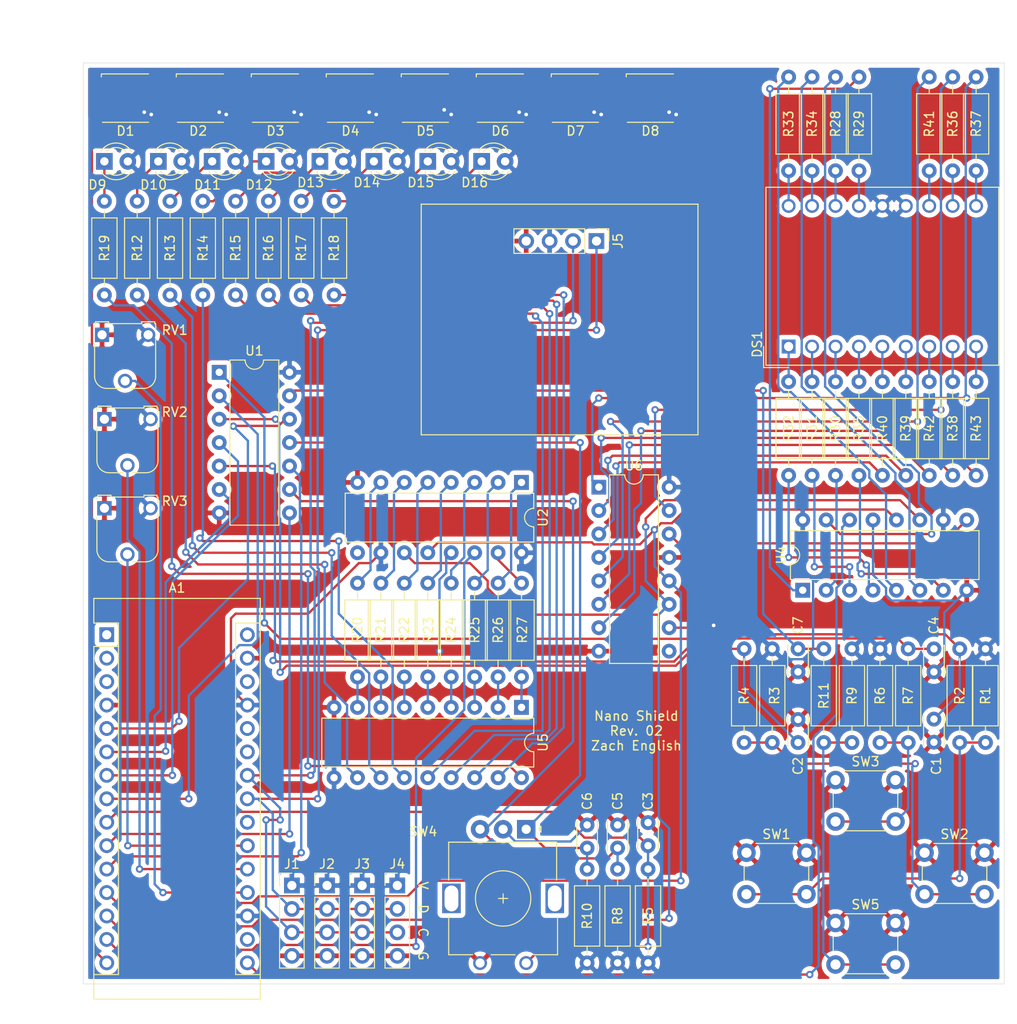
<source format=kicad_pcb>
(kicad_pcb (version 20171130) (host pcbnew "(5.1.6)-1")
  (layers (0 F.Cu signal) (31 B.Cu signal) (34 B.Paste user) (35 F.Paste user) (36 B.SilkS user) (37 F.SilkS user) (38 B.Mask user) (39 F.Mask user) (44 Edge.Cuts user))
  (net 0 "")
  (net 1 7SegData)
  (net 2 "Net-(A1-Pad15)")
  (net 3 "Net-(A1-Pad30)")
  (net 4 "Net-(A1-Pad14)")
  (net 5 GND)
  (net 6 SRCLK)
  (net 7 "Net-(A1-Pad28)")
  (net 8 RCLK)
  (net 9 VCC)
  (net 10 "Net-(A1-Pad11)")
  (net 11 "Net-(A1-Pad26)")
  (net 12 "Net-(A1-Pad10)")
  (net 13 "Net-(A1-Pad25)")
  (net 14 "Net-(A1-Pad9)")
  (net 15 I2C_Clock)
  (net 16 "Net-(A1-Pad8)")
  (net 17 I2C_Data)
  (net 18 "Net-(A1-Pad7)")
  (net 19 "Net-(A1-Pad22)")
  (net 20 "Net-(A1-Pad6)")
  (net 21 "Net-(A1-Pad21)")
  (net 22 "Net-(A1-Pad5)")
  (net 23 "Net-(A1-Pad20)")
  (net 24 "Net-(A1-Pad19)")
  (net 25 "Net-(A1-Pad3)")
  (net 26 "Net-(A1-Pad2)")
  (net 27 "Net-(A1-Pad17)")
  (net 28 "Net-(A1-Pad1)")
  (net 29 "Net-(C1-Pad1)")
  (net 30 "Net-(C2-Pad1)")
  (net 31 "Net-(C4-Pad1)")
  (net 32 "Net-(C5-Pad1)")
  (net 33 "Net-(C6-Pad1)")
  (net 34 "Net-(C7-Pad1)")
  (net 35 "Net-(D1-Pad4)")
  (net 36 "Net-(D2-Pad4)")
  (net 37 "Net-(D3-Pad4)")
  (net 38 "Net-(D4-Pad4)")
  (net 39 "Net-(D5-Pad4)")
  (net 40 "Net-(D6-Pad4)")
  (net 41 "Net-(D7-Pad4)")
  (net 42 "Net-(D8-Pad4)")
  (net 43 "Net-(D9-Pad1)")
  (net 44 "Net-(D10-Pad1)")
  (net 45 "Net-(D11-Pad1)")
  (net 46 "Net-(D12-Pad1)")
  (net 47 "Net-(D13-Pad1)")
  (net 48 "Net-(D14-Pad1)")
  (net 49 "Net-(D15-Pad1)")
  (net 50 "Net-(D16-Pad1)")
  (net 51 "Net-(DS1-Pad18)")
  (net 52 "Net-(DS1-Pad17)")
  (net 53 "Net-(DS1-Pad16)")
  (net 54 "Net-(DS1-Pad15)")
  (net 55 "Net-(DS1-Pad12)")
  (net 56 "Net-(DS1-Pad11)")
  (net 57 "Net-(DS1-Pad10)")
  (net 58 "Net-(DS1-Pad9)")
  (net 59 "Net-(DS1-Pad8)")
  (net 60 "Net-(DS1-Pad7)")
  (net 61 "Net-(DS1-Pad6)")
  (net 62 "Net-(DS1-Pad5)")
  (net 63 "Net-(DS1-Pad4)")
  (net 64 "Net-(DS1-Pad3)")
  (net 65 "Net-(DS1-Pad2)")
  (net 66 "Net-(DS1-Pad1)")
  (net 67 "Net-(R1-Pad2)")
  (net 68 "Net-(R3-Pad2)")
  (net 69 "Net-(R6-Pad2)")
  (net 70 "Net-(R11-Pad1)")
  (net 71 "Net-(R12-Pad1)")
  (net 72 "Net-(R13-Pad1)")
  (net 73 "Net-(R14-Pad1)")
  (net 74 "Net-(R15-Pad1)")
  (net 75 "Net-(R16-Pad1)")
  (net 76 "Net-(R17-Pad1)")
  (net 77 "Net-(R18-Pad1)")
  (net 78 "Net-(R19-Pad1)")
  (net 79 "Net-(R20-Pad2)")
  (net 80 "Net-(R20-Pad1)")
  (net 81 "Net-(R21-Pad2)")
  (net 82 "Net-(R21-Pad1)")
  (net 83 "Net-(R22-Pad2)")
  (net 84 "Net-(R22-Pad1)")
  (net 85 "Net-(R23-Pad2)")
  (net 86 "Net-(R23-Pad1)")
  (net 87 "Net-(R24-Pad2)")
  (net 88 "Net-(R24-Pad1)")
  (net 89 "Net-(R25-Pad2)")
  (net 90 "Net-(R25-Pad1)")
  (net 91 "Net-(R26-Pad2)")
  (net 92 "Net-(R26-Pad1)")
  (net 93 "Net-(R27-Pad2)")
  (net 94 "Net-(R27-Pad1)")
  (net 95 "Net-(R28-Pad2)")
  (net 96 "Net-(R29-Pad2)")
  (net 97 "Net-(R30-Pad2)")
  (net 98 "Net-(R31-Pad2)")
  (net 99 "Net-(R32-Pad2)")
  (net 100 "Net-(R33-Pad2)")
  (net 101 "Net-(R34-Pad2)")
  (net 102 "Net-(R35-Pad2)")
  (net 103 "Net-(R36-Pad2)")
  (net 104 "Net-(R37-Pad2)")
  (net 105 "Net-(R38-Pad2)")
  (net 106 "Net-(R39-Pad2)")
  (net 107 "Net-(R40-Pad2)")
  (net 108 "Net-(R41-Pad2)")
  (net 109 "Net-(R42-Pad2)")
  (net 110 "Net-(R43-Pad2)")
  (net 111 "Net-(U2-Pad9)")
  (net 112 ShiftR1OutR2In)
  (net 113 "Net-(U6-Pad9)")
  (module Display:0.96_inch_OLED_I2C (layer F.Cu) (at 122.174 88.646 270)
    (fp_text reference J5 (at 0 -2.33 90) (layer F.SilkS))
    (fp_text value Conn_01x04_Female)
    (pad 4 thru_hole oval (at 0 7.62 270) (size 1.7 1.7) (drill 1) (layers *.Cu *.Mask) (net 5 GND))
    (pad 3 thru_hole oval (at 0 5.08 270) (size 1.7 1.7) (drill 1) (layers *.Cu *.Mask) (net 9 VCC))
    (pad 2 thru_hole oval (at 0 2.54 270) (size 1.7 1.7) (drill 1) (layers *.Cu *.Mask) (net 15 I2C_Clock))
    (pad 1 thru_hole rect (at 0 0 270) (size 1.7 1.7) (drill 1) (layers *.Cu *.Mask) (net 17 I2C_Data))
  )
  (module Package_DIP:DIP-16_W7.62mm (layer F.Cu) (at 122.428 115.316)
    (fp_text reference U6 (at 3.81 -2.33) (layer F.SilkS))
    (fp_text value 74HC595)
    (pad 16 thru_hole oval (at 7.62 0) (size 1.6 1.6) (drill 0.8) (layers *.Cu *.Mask) (net 9 VCC))
    (pad 8 thru_hole oval (at 0 17.78) (size 1.6 1.6) (drill 0.8) (layers *.Cu *.Mask) (net 5 GND))
    (pad 15 thru_hole oval (at 7.62 2.54) (size 1.6 1.6) (drill 0.8) (layers *.Cu *.Mask) (net 103 "Net-(R36-Pad2)"))
    (pad 7 thru_hole oval (at 0 15.24) (size 1.6 1.6) (drill 0.8) (layers *.Cu *.Mask) (net 110 "Net-(R43-Pad2)"))
    (pad 14 thru_hole oval (at 7.62 5.08) (size 1.6 1.6) (drill 0.8) (layers *.Cu *.Mask) (net 112 ShiftR1OutR2In))
    (pad 6 thru_hole oval (at 0 12.7) (size 1.6 1.6) (drill 0.8) (layers *.Cu *.Mask) (net 109 "Net-(R42-Pad2)"))
    (pad 13 thru_hole oval (at 7.62 7.62) (size 1.6 1.6) (drill 0.8) (layers *.Cu *.Mask) (net 5 GND))
    (pad 5 thru_hole oval (at 0 10.16) (size 1.6 1.6) (drill 0.8) (layers *.Cu *.Mask) (net 108 "Net-(R41-Pad2)"))
    (pad 12 thru_hole oval (at 7.62 10.16) (size 1.6 1.6) (drill 0.8) (layers *.Cu *.Mask) (net 8 RCLK))
    (pad 4 thru_hole oval (at 0 7.62) (size 1.6 1.6) (drill 0.8) (layers *.Cu *.Mask) (net 107 "Net-(R40-Pad2)"))
    (pad 11 thru_hole oval (at 7.62 12.7) (size 1.6 1.6) (drill 0.8) (layers *.Cu *.Mask) (net 6 SRCLK))
    (pad 3 thru_hole oval (at 0 5.08) (size 1.6 1.6) (drill 0.8) (layers *.Cu *.Mask) (net 106 "Net-(R39-Pad2)"))
    (pad 10 thru_hole oval (at 7.62 15.24) (size 1.6 1.6) (drill 0.8) (layers *.Cu *.Mask) (net 9 VCC))
    (pad 2 thru_hole oval (at 0 2.54) (size 1.6 1.6) (drill 0.8) (layers *.Cu *.Mask) (net 105 "Net-(R38-Pad2)"))
    (pad 9 thru_hole oval (at 7.62 17.78) (size 1.6 1.6) (drill 0.8) (layers *.Cu *.Mask) (net 113 "Net-(U6-Pad9)"))
    (pad 1 thru_hole rect (at 0 0) (size 1.6 1.6) (drill 0.8) (layers *.Cu *.Mask) (net 104 "Net-(R37-Pad2)"))
  )
  (module Package_DIP:DIP-18_W7.62mm (layer F.Cu) (at 114.046 139.192 270)
    (fp_text reference U5 (at 3.81 -2.33 90) (layer F.SilkS))
    (fp_text value ULN2803A)
    (pad 18 thru_hole oval (at 7.62 0 270) (size 1.6 1.6) (drill 0.8) (layers *.Cu *.Mask) (net 78 "Net-(R19-Pad1)"))
    (pad 9 thru_hole oval (at 0 20.32 270) (size 1.6 1.6) (drill 0.8) (layers *.Cu *.Mask) (net 5 GND))
    (pad 17 thru_hole oval (at 7.62 2.54 270) (size 1.6 1.6) (drill 0.8) (layers *.Cu *.Mask) (net 77 "Net-(R18-Pad1)"))
    (pad 8 thru_hole oval (at 0 17.78 270) (size 1.6 1.6) (drill 0.8) (layers *.Cu *.Mask) (net 79 "Net-(R20-Pad2)"))
    (pad 16 thru_hole oval (at 7.62 5.08 270) (size 1.6 1.6) (drill 0.8) (layers *.Cu *.Mask) (net 76 "Net-(R17-Pad1)"))
    (pad 7 thru_hole oval (at 0 15.24 270) (size 1.6 1.6) (drill 0.8) (layers *.Cu *.Mask) (net 81 "Net-(R21-Pad2)"))
    (pad 15 thru_hole oval (at 7.62 7.62 270) (size 1.6 1.6) (drill 0.8) (layers *.Cu *.Mask) (net 75 "Net-(R16-Pad1)"))
    (pad 6 thru_hole oval (at 0 12.7 270) (size 1.6 1.6) (drill 0.8) (layers *.Cu *.Mask) (net 83 "Net-(R22-Pad2)"))
    (pad 14 thru_hole oval (at 7.62 10.16 270) (size 1.6 1.6) (drill 0.8) (layers *.Cu *.Mask) (net 74 "Net-(R15-Pad1)"))
    (pad 5 thru_hole oval (at 0 10.16 270) (size 1.6 1.6) (drill 0.8) (layers *.Cu *.Mask) (net 85 "Net-(R23-Pad2)"))
    (pad 13 thru_hole oval (at 7.62 12.7 270) (size 1.6 1.6) (drill 0.8) (layers *.Cu *.Mask) (net 73 "Net-(R14-Pad1)"))
    (pad 4 thru_hole oval (at 0 7.62 270) (size 1.6 1.6) (drill 0.8) (layers *.Cu *.Mask) (net 87 "Net-(R24-Pad2)"))
    (pad 12 thru_hole oval (at 7.62 15.24 270) (size 1.6 1.6) (drill 0.8) (layers *.Cu *.Mask) (net 72 "Net-(R13-Pad1)"))
    (pad 3 thru_hole oval (at 0 5.08 270) (size 1.6 1.6) (drill 0.8) (layers *.Cu *.Mask) (net 89 "Net-(R25-Pad2)"))
    (pad 11 thru_hole oval (at 7.62 17.78 270) (size 1.6 1.6) (drill 0.8) (layers *.Cu *.Mask) (net 71 "Net-(R12-Pad1)"))
    (pad 2 thru_hole oval (at 0 2.54 270) (size 1.6 1.6) (drill 0.8) (layers *.Cu *.Mask) (net 91 "Net-(R26-Pad2)"))
    (pad 10 thru_hole oval (at 7.62 20.32 270) (size 1.6 1.6) (drill 0.8) (layers *.Cu *.Mask) (net 9 VCC))
    (pad 1 thru_hole rect (at 0 0 270) (size 1.6 1.6) (drill 0.8) (layers *.Cu *.Mask) (net 93 "Net-(R27-Pad2)"))
  )
  (module Package_DIP:DIP-16_W7.62mm (layer F.Cu) (at 144.526 126.492 90)
    (fp_text reference U4 (at 3.81 -2.33 90) (layer F.SilkS))
    (fp_text value 74HC595)
    (pad 16 thru_hole oval (at 7.62 0 90) (size 1.6 1.6) (drill 0.8) (layers *.Cu *.Mask) (net 9 VCC))
    (pad 8 thru_hole oval (at 0 17.78 90) (size 1.6 1.6) (drill 0.8) (layers *.Cu *.Mask) (net 5 GND))
    (pad 15 thru_hole oval (at 7.62 2.54 90) (size 1.6 1.6) (drill 0.8) (layers *.Cu *.Mask) (net 95 "Net-(R28-Pad2)"))
    (pad 7 thru_hole oval (at 0 15.24 90) (size 1.6 1.6) (drill 0.8) (layers *.Cu *.Mask) (net 102 "Net-(R35-Pad2)"))
    (pad 14 thru_hole oval (at 7.62 5.08 90) (size 1.6 1.6) (drill 0.8) (layers *.Cu *.Mask) (net 1 7SegData))
    (pad 6 thru_hole oval (at 0 12.7 90) (size 1.6 1.6) (drill 0.8) (layers *.Cu *.Mask) (net 101 "Net-(R34-Pad2)"))
    (pad 13 thru_hole oval (at 7.62 7.62 90) (size 1.6 1.6) (drill 0.8) (layers *.Cu *.Mask) (net 5 GND))
    (pad 5 thru_hole oval (at 0 10.16 90) (size 1.6 1.6) (drill 0.8) (layers *.Cu *.Mask) (net 100 "Net-(R33-Pad2)"))
    (pad 12 thru_hole oval (at 7.62 10.16 90) (size 1.6 1.6) (drill 0.8) (layers *.Cu *.Mask) (net 8 RCLK))
    (pad 4 thru_hole oval (at 0 7.62 90) (size 1.6 1.6) (drill 0.8) (layers *.Cu *.Mask) (net 99 "Net-(R32-Pad2)"))
    (pad 11 thru_hole oval (at 7.62 12.7 90) (size 1.6 1.6) (drill 0.8) (layers *.Cu *.Mask) (net 6 SRCLK))
    (pad 3 thru_hole oval (at 0 5.08 90) (size 1.6 1.6) (drill 0.8) (layers *.Cu *.Mask) (net 98 "Net-(R31-Pad2)"))
    (pad 10 thru_hole oval (at 7.62 15.24 90) (size 1.6 1.6) (drill 0.8) (layers *.Cu *.Mask) (net 9 VCC))
    (pad 2 thru_hole oval (at 0 2.54 90) (size 1.6 1.6) (drill 0.8) (layers *.Cu *.Mask) (net 97 "Net-(R30-Pad2)"))
    (pad 9 thru_hole oval (at 7.62 17.78 90) (size 1.6 1.6) (drill 0.8) (layers *.Cu *.Mask) (net 112 ShiftR1OutR2In))
    (pad 1 thru_hole rect (at 0 0 90) (size 1.6 1.6) (drill 0.8) (layers *.Cu *.Mask) (net 96 "Net-(R29-Pad2)"))
  )
  (module Package_DIP:DIP-16_W7.62mm (layer F.Cu) (at 114.046 114.808 270)
    (fp_text reference U2 (at 3.81 -2.33 90) (layer F.SilkS))
    (fp_text value 74HC595)
    (pad 16 thru_hole oval (at 7.62 0 270) (size 1.6 1.6) (drill 0.8) (layers *.Cu *.Mask) (net 9 VCC))
    (pad 8 thru_hole oval (at 0 17.78 270) (size 1.6 1.6) (drill 0.8) (layers *.Cu *.Mask) (net 5 GND))
    (pad 15 thru_hole oval (at 7.62 2.54 270) (size 1.6 1.6) (drill 0.8) (layers *.Cu *.Mask) (net 94 "Net-(R27-Pad1)"))
    (pad 7 thru_hole oval (at 0 15.24 270) (size 1.6 1.6) (drill 0.8) (layers *.Cu *.Mask) (net 80 "Net-(R20-Pad1)"))
    (pad 14 thru_hole oval (at 7.62 5.08 270) (size 1.6 1.6) (drill 0.8) (layers *.Cu *.Mask) (net 4 "Net-(A1-Pad14)"))
    (pad 6 thru_hole oval (at 0 12.7 270) (size 1.6 1.6) (drill 0.8) (layers *.Cu *.Mask) (net 82 "Net-(R21-Pad1)"))
    (pad 13 thru_hole oval (at 7.62 7.62 270) (size 1.6 1.6) (drill 0.8) (layers *.Cu *.Mask) (net 5 GND))
    (pad 5 thru_hole oval (at 0 10.16 270) (size 1.6 1.6) (drill 0.8) (layers *.Cu *.Mask) (net 84 "Net-(R22-Pad1)"))
    (pad 12 thru_hole oval (at 7.62 10.16 270) (size 1.6 1.6) (drill 0.8) (layers *.Cu *.Mask) (net 8 RCLK))
    (pad 4 thru_hole oval (at 0 7.62 270) (size 1.6 1.6) (drill 0.8) (layers *.Cu *.Mask) (net 86 "Net-(R23-Pad1)"))
    (pad 11 thru_hole oval (at 7.62 12.7 270) (size 1.6 1.6) (drill 0.8) (layers *.Cu *.Mask) (net 6 SRCLK))
    (pad 3 thru_hole oval (at 0 5.08 270) (size 1.6 1.6) (drill 0.8) (layers *.Cu *.Mask) (net 88 "Net-(R24-Pad1)"))
    (pad 10 thru_hole oval (at 7.62 15.24 270) (size 1.6 1.6) (drill 0.8) (layers *.Cu *.Mask) (net 9 VCC))
    (pad 2 thru_hole oval (at 0 2.54 270) (size 1.6 1.6) (drill 0.8) (layers *.Cu *.Mask) (net 90 "Net-(R25-Pad1)"))
    (pad 9 thru_hole oval (at 7.62 17.78 270) (size 1.6 1.6) (drill 0.8) (layers *.Cu *.Mask) (net 111 "Net-(U2-Pad9)"))
    (pad 1 thru_hole rect (at 0 0 270) (size 1.6 1.6) (drill 0.8) (layers *.Cu *.Mask) (net 92 "Net-(R26-Pad1)"))
  )
  (module Package_DIP:DIP-14_W7.62mm (layer F.Cu) (at 81.28 102.87)
    (fp_text reference U1 (at 3.81 -2.33) (layer F.SilkS))
    (fp_text value 74HC14)
    (pad 14 thru_hole oval (at 7.62 0) (size 1.6 1.6) (drill 0.8) (layers *.Cu *.Mask) (net 9 VCC))
    (pad 7 thru_hole oval (at 0 15.24) (size 1.6 1.6) (drill 0.8) (layers *.Cu *.Mask) (net 5 GND))
    (pad 13 thru_hole oval (at 7.62 2.54) (size 1.6 1.6) (drill 0.8) (layers *.Cu *.Mask) (net 34 "Net-(C7-Pad1)"))
    (pad 6 thru_hole oval (at 0 12.7) (size 1.6 1.6) (drill 0.8) (layers *.Cu *.Mask) (net 20 "Net-(A1-Pad6)"))
    (pad 12 thru_hole oval (at 7.62 5.08) (size 1.6 1.6) (drill 0.8) (layers *.Cu *.Mask) (net 22 "Net-(A1-Pad5)"))
    (pad 5 thru_hole oval (at 0 10.16) (size 1.6 1.6) (drill 0.8) (layers *.Cu *.Mask) (net 31 "Net-(C4-Pad1)"))
    (pad 11 thru_hole oval (at 7.62 7.62) (size 1.6 1.6) (drill 0.8) (layers *.Cu *.Mask) (net 33 "Net-(C6-Pad1)"))
    (pad 4 thru_hole oval (at 0 7.62) (size 1.6 1.6) (drill 0.8) (layers *.Cu *.Mask) (net 18 "Net-(A1-Pad7)"))
    (pad 10 thru_hole oval (at 7.62 10.16) (size 1.6 1.6) (drill 0.8) (layers *.Cu *.Mask) (net 10 "Net-(A1-Pad11)"))
    (pad 3 thru_hole oval (at 0 5.08) (size 1.6 1.6) (drill 0.8) (layers *.Cu *.Mask) (net 30 "Net-(C2-Pad1)"))
    (pad 9 thru_hole oval (at 7.62 12.7) (size 1.6 1.6) (drill 0.8) (layers *.Cu *.Mask) (net 32 "Net-(C5-Pad1)"))
    (pad 2 thru_hole oval (at 0 2.54) (size 1.6 1.6) (drill 0.8) (layers *.Cu *.Mask) (net 16 "Net-(A1-Pad8)"))
    (pad 8 thru_hole oval (at 7.62 15.24) (size 1.6 1.6) (drill 0.8) (layers *.Cu *.Mask) (net 12 "Net-(A1-Pad10)"))
    (pad 1 thru_hole rect (at 0 0) (size 1.6 1.6) (drill 0.8) (layers *.Cu *.Mask) (net 29 "Net-(C1-Pad1)"))
  )
  (module Button_Switch_THT:SW_PUSH_6mm (layer F.Cu) (at 148.082 162.56)
    (fp_text reference SW5 (at 3.25 -2) (layer F.SilkS))
    (fp_text value "SW - Down")
    (pad 2 thru_hole circle (at 6.5 0 90) (size 2 2) (drill 1.1) (layers *.Cu *.Mask) (net 5 GND))
    (pad 4 thru_hole circle (at 6.5 4.5 90) (size 2 2) (drill 1.1) (layers *.Cu *.Mask) (net 70 "Net-(R11-Pad1)"))
    (pad 1 thru_hole circle (at 0 0 90) (size 2 2) (drill 1.1) (layers *.Cu *.Mask) (net 5 GND))
    (pad 3 thru_hole circle (at 0 4.5 90) (size 2 2) (drill 1.1) (layers *.Cu *.Mask) (net 70 "Net-(R11-Pad1)"))
  )
  (module Rotary_Encoder:RotaryEncoder_Alps_EC11E_Vertical_H20mm (layer F.Cu) (at 114.554 152.4 270)
    (fp_text reference SW4 (at 0.254 11.176 180) (layer F.SilkS))
    (fp_text value Rotary_Encoder_Switch)
    (pad A thru_hole rect (at 0 0 270) (size 2 2) (drill 1) (layers *.Cu *.Mask) (net 33 "Net-(C6-Pad1)"))
    (pad C thru_hole circle (at 0 2.5 270) (size 2 2) (drill 1) (layers *.Cu *.Mask) (net 5 GND))
    (pad B thru_hole circle (at 0 5 270) (size 2 2) (drill 1) (layers *.Cu *.Mask) (net 32 "Net-(C5-Pad1)"))
    (pad MP thru_hole rect (at 7.5 -3.1 270) (size 3.2 2) (drill oval 2.8 1.5) (layers *.Cu *.Mask))
    (pad MP thru_hole rect (at 7.5 8.1 270) (size 3.2 2) (drill oval 2.8 1.5) (layers *.Cu *.Mask))
    (pad S2 thru_hole circle (at 14.5 0 270) (size 1.5 1.5) (drill 1) (layers *.Cu *.Mask) (net 14 "Net-(A1-Pad9)"))
    (pad S1 thru_hole circle (at 14.5 5 270) (size 1.5 1.5) (drill 1) (layers *.Cu *.Mask) (net 5 GND))
  )
  (module Button_Switch_THT:SW_PUSH_6mm (layer F.Cu) (at 148.082 147.066)
    (fp_text reference SW3 (at 3.25 -2) (layer F.SilkS))
    (fp_text value "SW - Up")
    (pad 2 thru_hole circle (at 6.5 0 90) (size 2 2) (drill 1.1) (layers *.Cu *.Mask) (net 5 GND))
    (pad 4 thru_hole circle (at 6.5 4.5 90) (size 2 2) (drill 1.1) (layers *.Cu *.Mask) (net 69 "Net-(R6-Pad2)"))
    (pad 1 thru_hole circle (at 0 0 90) (size 2 2) (drill 1.1) (layers *.Cu *.Mask) (net 5 GND))
    (pad 3 thru_hole circle (at 0 4.5 90) (size 2 2) (drill 1.1) (layers *.Cu *.Mask) (net 69 "Net-(R6-Pad2)"))
  )
  (module Button_Switch_THT:SW_PUSH_6mm (layer F.Cu) (at 157.734 154.94)
    (fp_text reference SW2 (at 3.25 -2) (layer F.SilkS))
    (fp_text value "SW - Right")
    (pad 2 thru_hole circle (at 6.5 0 90) (size 2 2) (drill 1.1) (layers *.Cu *.Mask) (net 5 GND))
    (pad 4 thru_hole circle (at 6.5 4.5 90) (size 2 2) (drill 1.1) (layers *.Cu *.Mask) (net 68 "Net-(R3-Pad2)"))
    (pad 1 thru_hole circle (at 0 0 90) (size 2 2) (drill 1.1) (layers *.Cu *.Mask) (net 5 GND))
    (pad 3 thru_hole circle (at 0 4.5 90) (size 2 2) (drill 1.1) (layers *.Cu *.Mask) (net 68 "Net-(R3-Pad2)"))
  )
  (module Button_Switch_THT:SW_PUSH_6mm (layer F.Cu) (at 138.43 154.94)
    (fp_text reference SW1 (at 3.25 -2) (layer F.SilkS))
    (fp_text value "SW - Left")
    (pad 2 thru_hole circle (at 6.5 0 90) (size 2 2) (drill 1.1) (layers *.Cu *.Mask) (net 5 GND))
    (pad 4 thru_hole circle (at 6.5 4.5 90) (size 2 2) (drill 1.1) (layers *.Cu *.Mask) (net 67 "Net-(R1-Pad2)"))
    (pad 1 thru_hole circle (at 0 0 90) (size 2 2) (drill 1.1) (layers *.Cu *.Mask) (net 5 GND))
    (pad 3 thru_hole circle (at 0 4.5 90) (size 2 2) (drill 1.1) (layers *.Cu *.Mask) (net 67 "Net-(R1-Pad2)"))
  )
  (module Potentiometer_THT:Potentiometer_Runtron_RM-065_Vertical (layer F.Cu) (at 68.834 117.602)
    (fp_text reference RV3 (at 7.62 -0.762) (layer F.SilkS))
    (fp_text value R_POT_TRIM_US)
    (pad 2 thru_hole circle (at 2.5 5) (size 1.55 1.55) (drill 1) (layers *.Cu *.Mask) (net 21 "Net-(A1-Pad21)"))
    (pad 1 thru_hole rect (at 0 0) (size 1.55 1.55) (drill 1) (layers *.Cu *.Mask) (net 5 GND))
    (pad 3 thru_hole circle (at 5 0) (size 1.55 1.55) (drill 1) (layers *.Cu *.Mask) (net 9 VCC))
  )
  (module Potentiometer_THT:Potentiometer_Runtron_RM-065_Vertical (layer F.Cu) (at 68.834 107.95)
    (fp_text reference RV2 (at 7.62 -0.762) (layer F.SilkS))
    (fp_text value R_POT_TRIM_US)
    (pad 2 thru_hole circle (at 2.5 5) (size 1.55 1.55) (drill 1) (layers *.Cu *.Mask) (net 23 "Net-(A1-Pad20)"))
    (pad 1 thru_hole rect (at 0 0) (size 1.55 1.55) (drill 1) (layers *.Cu *.Mask) (net 5 GND))
    (pad 3 thru_hole circle (at 5 0) (size 1.55 1.55) (drill 1) (layers *.Cu *.Mask) (net 9 VCC))
  )
  (module Potentiometer_THT:Potentiometer_Runtron_RM-065_Vertical (layer F.Cu) (at 68.58 98.806)
    (fp_text reference RV1 (at 7.874 -0.508) (layer F.SilkS))
    (fp_text value R_POT_TRIM_US)
    (pad 2 thru_hole circle (at 2.5 5) (size 1.55 1.55) (drill 1) (layers *.Cu *.Mask) (net 24 "Net-(A1-Pad19)"))
    (pad 1 thru_hole rect (at 0 0) (size 1.55 1.55) (drill 1) (layers *.Cu *.Mask) (net 5 GND))
    (pad 3 thru_hole circle (at 5 0) (size 1.55 1.55) (drill 1) (layers *.Cu *.Mask) (net 9 VCC))
  )
  (module Resistor_THT:R_Axial_DIN0207_L6.3mm_D2.5mm_P10.16mm_Horizontal (layer F.Cu) (at 163.322 103.886 270)
    (fp_text reference R43 (at 5.08 0 90) (layer F.SilkS))
    (fp_text value 220)
    (pad 2 thru_hole oval (at 10.16 0 270) (size 1.6 1.6) (drill 0.8) (layers *.Cu *.Mask) (net 110 "Net-(R43-Pad2)"))
    (pad 1 thru_hole circle (at 0 0 270) (size 1.6 1.6) (drill 0.8) (layers *.Cu *.Mask) (net 58 "Net-(DS1-Pad9)"))
  )
  (module Resistor_THT:R_Axial_DIN0207_L6.3mm_D2.5mm_P10.16mm_Horizontal (layer F.Cu) (at 158.242 103.886 270)
    (fp_text reference R42 (at 5.08 0 90) (layer F.SilkS))
    (fp_text value 220)
    (pad 2 thru_hole oval (at 10.16 0 270) (size 1.6 1.6) (drill 0.8) (layers *.Cu *.Mask) (net 109 "Net-(R42-Pad2)"))
    (pad 1 thru_hole circle (at 0 0 270) (size 1.6 1.6) (drill 0.8) (layers *.Cu *.Mask) (net 60 "Net-(DS1-Pad7)"))
  )
  (module Resistor_THT:R_Axial_DIN0207_L6.3mm_D2.5mm_P10.16mm_Horizontal (layer F.Cu) (at 158.242 81.026 90)
    (fp_text reference R41 (at 5.08 0 90) (layer F.SilkS))
    (fp_text value 220)
    (pad 2 thru_hole oval (at 10.16 0 90) (size 1.6 1.6) (drill 0.8) (layers *.Cu *.Mask) (net 108 "Net-(R41-Pad2)"))
    (pad 1 thru_hole circle (at 0 0 90) (size 1.6 1.6) (drill 0.8) (layers *.Cu *.Mask) (net 55 "Net-(DS1-Pad12)"))
  )
  (module Resistor_THT:R_Axial_DIN0207_L6.3mm_D2.5mm_P10.16mm_Horizontal (layer F.Cu) (at 153.162 103.886 270)
    (fp_text reference R40 (at 5.08 0 90) (layer F.SilkS))
    (fp_text value 220)
    (pad 2 thru_hole oval (at 10.16 0 270) (size 1.6 1.6) (drill 0.8) (layers *.Cu *.Mask) (net 107 "Net-(R40-Pad2)"))
    (pad 1 thru_hole circle (at 0 0 270) (size 1.6 1.6) (drill 0.8) (layers *.Cu *.Mask) (net 62 "Net-(DS1-Pad5)"))
  )
  (module Resistor_THT:R_Axial_DIN0207_L6.3mm_D2.5mm_P10.16mm_Horizontal (layer F.Cu) (at 155.702 103.886 270)
    (fp_text reference R39 (at 5.08 0 90) (layer F.SilkS))
    (fp_text value 220)
    (pad 2 thru_hole oval (at 10.16 0 270) (size 1.6 1.6) (drill 0.8) (layers *.Cu *.Mask) (net 106 "Net-(R39-Pad2)"))
    (pad 1 thru_hole circle (at 0 0 270) (size 1.6 1.6) (drill 0.8) (layers *.Cu *.Mask) (net 61 "Net-(DS1-Pad6)"))
  )
  (module Resistor_THT:R_Axial_DIN0207_L6.3mm_D2.5mm_P10.16mm_Horizontal (layer F.Cu) (at 160.782 103.886 270)
    (fp_text reference R38 (at 5.08 0 90) (layer F.SilkS))
    (fp_text value 220)
    (pad 2 thru_hole oval (at 10.16 0 270) (size 1.6 1.6) (drill 0.8) (layers *.Cu *.Mask) (net 105 "Net-(R38-Pad2)"))
    (pad 1 thru_hole circle (at 0 0 270) (size 1.6 1.6) (drill 0.8) (layers *.Cu *.Mask) (net 59 "Net-(DS1-Pad8)"))
  )
  (module Resistor_THT:R_Axial_DIN0207_L6.3mm_D2.5mm_P10.16mm_Horizontal (layer F.Cu) (at 163.322 81.026 90)
    (fp_text reference R37 (at 5.08 0 90) (layer F.SilkS))
    (fp_text value 220)
    (pad 2 thru_hole oval (at 10.16 0 90) (size 1.6 1.6) (drill 0.8) (layers *.Cu *.Mask) (net 104 "Net-(R37-Pad2)"))
    (pad 1 thru_hole circle (at 0 0 90) (size 1.6 1.6) (drill 0.8) (layers *.Cu *.Mask) (net 57 "Net-(DS1-Pad10)"))
  )
  (module Resistor_THT:R_Axial_DIN0207_L6.3mm_D2.5mm_P10.16mm_Horizontal (layer F.Cu) (at 160.782 81.026 90)
    (fp_text reference R36 (at 5.08 0 90) (layer F.SilkS))
    (fp_text value 220)
    (pad 2 thru_hole oval (at 10.16 0 90) (size 1.6 1.6) (drill 0.8) (layers *.Cu *.Mask) (net 103 "Net-(R36-Pad2)"))
    (pad 1 thru_hole circle (at 0 0 90) (size 1.6 1.6) (drill 0.8) (layers *.Cu *.Mask) (net 56 "Net-(DS1-Pad11)"))
  )
  (module Resistor_THT:R_Axial_DIN0207_L6.3mm_D2.5mm_P10.16mm_Horizontal (layer F.Cu) (at 150.622 103.886 270)
    (fp_text reference R35 (at 5.08 0 90) (layer F.SilkS))
    (fp_text value 220)
    (pad 2 thru_hole oval (at 10.16 0 270) (size 1.6 1.6) (drill 0.8) (layers *.Cu *.Mask) (net 102 "Net-(R35-Pad2)"))
    (pad 1 thru_hole circle (at 0 0 270) (size 1.6 1.6) (drill 0.8) (layers *.Cu *.Mask) (net 63 "Net-(DS1-Pad4)"))
  )
  (module Resistor_THT:R_Axial_DIN0207_L6.3mm_D2.5mm_P10.16mm_Horizontal (layer F.Cu) (at 145.542 81.026 90)
    (fp_text reference R34 (at 5.08 0 90) (layer F.SilkS))
    (fp_text value 220)
    (pad 2 thru_hole oval (at 10.16 0 90) (size 1.6 1.6) (drill 0.8) (layers *.Cu *.Mask) (net 101 "Net-(R34-Pad2)"))
    (pad 1 thru_hole circle (at 0 0 90) (size 1.6 1.6) (drill 0.8) (layers *.Cu *.Mask) (net 52 "Net-(DS1-Pad17)"))
  )
  (module Resistor_THT:R_Axial_DIN0207_L6.3mm_D2.5mm_P10.16mm_Horizontal (layer F.Cu) (at 143.002 81.026 90)
    (fp_text reference R33 (at 5.08 0 90) (layer F.SilkS))
    (fp_text value 220)
    (pad 2 thru_hole oval (at 10.16 0 90) (size 1.6 1.6) (drill 0.8) (layers *.Cu *.Mask) (net 100 "Net-(R33-Pad2)"))
    (pad 1 thru_hole circle (at 0 0 90) (size 1.6 1.6) (drill 0.8) (layers *.Cu *.Mask) (net 51 "Net-(DS1-Pad18)"))
  )
  (module Resistor_THT:R_Axial_DIN0207_L6.3mm_D2.5mm_P10.16mm_Horizontal (layer F.Cu) (at 143.002 103.886 270)
    (fp_text reference R32 (at 5.08 0 90) (layer F.SilkS))
    (fp_text value 220)
    (pad 2 thru_hole oval (at 10.16 0 270) (size 1.6 1.6) (drill 0.8) (layers *.Cu *.Mask) (net 99 "Net-(R32-Pad2)"))
    (pad 1 thru_hole circle (at 0 0 270) (size 1.6 1.6) (drill 0.8) (layers *.Cu *.Mask) (net 66 "Net-(DS1-Pad1)"))
  )
  (module Resistor_THT:R_Axial_DIN0207_L6.3mm_D2.5mm_P10.16mm_Horizontal (layer F.Cu) (at 145.542 103.886 270)
    (fp_text reference R31 (at 5.08 0 90) (layer F.SilkS))
    (fp_text value 220)
    (pad 2 thru_hole oval (at 10.16 0 270) (size 1.6 1.6) (drill 0.8) (layers *.Cu *.Mask) (net 98 "Net-(R31-Pad2)"))
    (pad 1 thru_hole circle (at 0 0 270) (size 1.6 1.6) (drill 0.8) (layers *.Cu *.Mask) (net 65 "Net-(DS1-Pad2)"))
  )
  (module Resistor_THT:R_Axial_DIN0207_L6.3mm_D2.5mm_P10.16mm_Horizontal (layer F.Cu) (at 148.082 103.886 270)
    (fp_text reference R30 (at 5.08 0 90) (layer F.SilkS))
    (fp_text value 220)
    (pad 2 thru_hole oval (at 10.16 0 270) (size 1.6 1.6) (drill 0.8) (layers *.Cu *.Mask) (net 97 "Net-(R30-Pad2)"))
    (pad 1 thru_hole circle (at 0 0 270) (size 1.6 1.6) (drill 0.8) (layers *.Cu *.Mask) (net 64 "Net-(DS1-Pad3)"))
  )
  (module Resistor_THT:R_Axial_DIN0207_L6.3mm_D2.5mm_P10.16mm_Horizontal (layer F.Cu) (at 150.622 81.026 90)
    (fp_text reference R29 (at 5.08 0 90) (layer F.SilkS))
    (fp_text value 220)
    (pad 2 thru_hole oval (at 10.16 0 90) (size 1.6 1.6) (drill 0.8) (layers *.Cu *.Mask) (net 96 "Net-(R29-Pad2)"))
    (pad 1 thru_hole circle (at 0 0 90) (size 1.6 1.6) (drill 0.8) (layers *.Cu *.Mask) (net 54 "Net-(DS1-Pad15)"))
  )
  (module Resistor_THT:R_Axial_DIN0207_L6.3mm_D2.5mm_P10.16mm_Horizontal (layer F.Cu) (at 148.082 81.026 90)
    (fp_text reference R28 (at 5.08 0 90) (layer F.SilkS))
    (fp_text value 220)
    (pad 2 thru_hole oval (at 10.16 0 90) (size 1.6 1.6) (drill 0.8) (layers *.Cu *.Mask) (net 95 "Net-(R28-Pad2)"))
    (pad 1 thru_hole circle (at 0 0 90) (size 1.6 1.6) (drill 0.8) (layers *.Cu *.Mask) (net 53 "Net-(DS1-Pad16)"))
  )
  (module Resistor_THT:R_Axial_DIN0207_L6.3mm_D2.5mm_P10.16mm_Horizontal (layer F.Cu) (at 114.046 125.73 270)
    (fp_text reference R27 (at 5.08 -0.084 90) (layer F.SilkS))
    (fp_text value 10k)
    (pad 2 thru_hole oval (at 10.16 0 270) (size 1.6 1.6) (drill 0.8) (layers *.Cu *.Mask) (net 93 "Net-(R27-Pad2)"))
    (pad 1 thru_hole circle (at 0 0 270) (size 1.6 1.6) (drill 0.8) (layers *.Cu *.Mask) (net 94 "Net-(R27-Pad1)"))
  )
  (module Resistor_THT:R_Axial_DIN0207_L6.3mm_D2.5mm_P10.16mm_Horizontal (layer F.Cu) (at 111.506 125.73 270)
    (fp_text reference R26 (at 5.08 0 90) (layer F.SilkS))
    (fp_text value 10k)
    (pad 2 thru_hole oval (at 10.16 0 270) (size 1.6 1.6) (drill 0.8) (layers *.Cu *.Mask) (net 91 "Net-(R26-Pad2)"))
    (pad 1 thru_hole circle (at 0 0 270) (size 1.6 1.6) (drill 0.8) (layers *.Cu *.Mask) (net 92 "Net-(R26-Pad1)"))
  )
  (module Resistor_THT:R_Axial_DIN0207_L6.3mm_D2.5mm_P10.16mm_Horizontal (layer F.Cu) (at 108.966 125.73 270)
    (fp_text reference R25 (at 5.08 0 90) (layer F.SilkS))
    (fp_text value 10k)
    (pad 2 thru_hole oval (at 10.16 0 270) (size 1.6 1.6) (drill 0.8) (layers *.Cu *.Mask) (net 89 "Net-(R25-Pad2)"))
    (pad 1 thru_hole circle (at 0 0 270) (size 1.6 1.6) (drill 0.8) (layers *.Cu *.Mask) (net 90 "Net-(R25-Pad1)"))
  )
  (module Resistor_THT:R_Axial_DIN0207_L6.3mm_D2.5mm_P10.16mm_Horizontal (layer F.Cu) (at 106.426 125.73 270)
    (fp_text reference R24 (at 5.08 0 90) (layer F.SilkS))
    (fp_text value 10k)
    (pad 2 thru_hole oval (at 10.16 0 270) (size 1.6 1.6) (drill 0.8) (layers *.Cu *.Mask) (net 87 "Net-(R24-Pad2)"))
    (pad 1 thru_hole circle (at 0 0 270) (size 1.6 1.6) (drill 0.8) (layers *.Cu *.Mask) (net 88 "Net-(R24-Pad1)"))
  )
  (module Resistor_THT:R_Axial_DIN0207_L6.3mm_D2.5mm_P10.16mm_Horizontal (layer F.Cu) (at 103.886 125.73 270)
    (fp_text reference R23 (at 5.08 -0.084 90) (layer F.SilkS))
    (fp_text value 10k)
    (pad 2 thru_hole oval (at 10.16 0 270) (size 1.6 1.6) (drill 0.8) (layers *.Cu *.Mask) (net 85 "Net-(R23-Pad2)"))
    (pad 1 thru_hole circle (at 0 0 270) (size 1.6 1.6) (drill 0.8) (layers *.Cu *.Mask) (net 86 "Net-(R23-Pad1)"))
  )
  (module Resistor_THT:R_Axial_DIN0207_L6.3mm_D2.5mm_P10.16mm_Horizontal (layer F.Cu) (at 101.346 125.73 270)
    (fp_text reference R22 (at 5.08 0 90) (layer F.SilkS))
    (fp_text value 10k)
    (pad 2 thru_hole oval (at 10.16 0 270) (size 1.6 1.6) (drill 0.8) (layers *.Cu *.Mask) (net 83 "Net-(R22-Pad2)"))
    (pad 1 thru_hole circle (at 0 0 270) (size 1.6 1.6) (drill 0.8) (layers *.Cu *.Mask) (net 84 "Net-(R22-Pad1)"))
  )
  (module Resistor_THT:R_Axial_DIN0207_L6.3mm_D2.5mm_P10.16mm_Horizontal (layer F.Cu) (at 98.806 125.73 270)
    (fp_text reference R21 (at 5.08 0 90) (layer F.SilkS))
    (fp_text value 10k)
    (pad 2 thru_hole oval (at 10.16 0 270) (size 1.6 1.6) (drill 0.8) (layers *.Cu *.Mask) (net 81 "Net-(R21-Pad2)"))
    (pad 1 thru_hole circle (at 0 0 270) (size 1.6 1.6) (drill 0.8) (layers *.Cu *.Mask) (net 82 "Net-(R21-Pad1)"))
  )
  (module Resistor_THT:R_Axial_DIN0207_L6.3mm_D2.5mm_P10.16mm_Horizontal (layer F.Cu) (at 96.266 125.73 270)
    (fp_text reference R20 (at 5.08 0 90) (layer F.SilkS))
    (fp_text value 10k)
    (pad 2 thru_hole oval (at 10.16 0 270) (size 1.6 1.6) (drill 0.8) (layers *.Cu *.Mask) (net 79 "Net-(R20-Pad2)"))
    (pad 1 thru_hole circle (at 0 0 270) (size 1.6 1.6) (drill 0.8) (layers *.Cu *.Mask) (net 80 "Net-(R20-Pad1)"))
  )
  (module Resistor_THT:R_Axial_DIN0207_L6.3mm_D2.5mm_P10.16mm_Horizontal (layer F.Cu) (at 68.834 94.488 90)
    (fp_text reference R19 (at 5.08 0 90) (layer F.SilkS))
    (fp_text value 220)
    (pad 2 thru_hole oval (at 10.16 0 90) (size 1.6 1.6) (drill 0.8) (layers *.Cu *.Mask) (net 43 "Net-(D9-Pad1)"))
    (pad 1 thru_hole circle (at 0 0 90) (size 1.6 1.6) (drill 0.8) (layers *.Cu *.Mask) (net 78 "Net-(R19-Pad1)"))
  )
  (module Resistor_THT:R_Axial_DIN0207_L6.3mm_D2.5mm_P10.16mm_Horizontal (layer F.Cu) (at 93.726 94.488 90)
    (fp_text reference R18 (at 5.08 0 90) (layer F.SilkS))
    (fp_text value 220)
    (pad 2 thru_hole oval (at 10.16 0 90) (size 1.6 1.6) (drill 0.8) (layers *.Cu *.Mask) (net 50 "Net-(D16-Pad1)"))
    (pad 1 thru_hole circle (at 0 0 90) (size 1.6 1.6) (drill 0.8) (layers *.Cu *.Mask) (net 77 "Net-(R18-Pad1)"))
  )
  (module Resistor_THT:R_Axial_DIN0207_L6.3mm_D2.5mm_P10.16mm_Horizontal (layer F.Cu) (at 90.17 94.488 90)
    (fp_text reference R17 (at 5.08 0 90) (layer F.SilkS))
    (fp_text value 220)
    (pad 2 thru_hole oval (at 10.16 0 90) (size 1.6 1.6) (drill 0.8) (layers *.Cu *.Mask) (net 49 "Net-(D15-Pad1)"))
    (pad 1 thru_hole circle (at 0 0 90) (size 1.6 1.6) (drill 0.8) (layers *.Cu *.Mask) (net 76 "Net-(R17-Pad1)"))
  )
  (module Resistor_THT:R_Axial_DIN0207_L6.3mm_D2.5mm_P10.16mm_Horizontal (layer F.Cu) (at 86.614 94.488 90)
    (fp_text reference R16 (at 5.08 0 90) (layer F.SilkS))
    (fp_text value 220)
    (pad 2 thru_hole oval (at 10.16 0 90) (size 1.6 1.6) (drill 0.8) (layers *.Cu *.Mask) (net 48 "Net-(D14-Pad1)"))
    (pad 1 thru_hole circle (at 0 0 90) (size 1.6 1.6) (drill 0.8) (layers *.Cu *.Mask) (net 75 "Net-(R16-Pad1)"))
  )
  (module Resistor_THT:R_Axial_DIN0207_L6.3mm_D2.5mm_P10.16mm_Horizontal (layer F.Cu) (at 83.058 94.488 90)
    (fp_text reference R15 (at 5.08 0 90) (layer F.SilkS))
    (fp_text value 220)
    (pad 2 thru_hole oval (at 10.16 0 90) (size 1.6 1.6) (drill 0.8) (layers *.Cu *.Mask) (net 47 "Net-(D13-Pad1)"))
    (pad 1 thru_hole circle (at 0 0 90) (size 1.6 1.6) (drill 0.8) (layers *.Cu *.Mask) (net 74 "Net-(R15-Pad1)"))
  )
  (module Resistor_THT:R_Axial_DIN0207_L6.3mm_D2.5mm_P10.16mm_Horizontal (layer F.Cu) (at 79.502 94.488 90)
    (fp_text reference R14 (at 5.08 0 90) (layer F.SilkS))
    (fp_text value 220)
    (pad 2 thru_hole oval (at 10.16 0 90) (size 1.6 1.6) (drill 0.8) (layers *.Cu *.Mask) (net 46 "Net-(D12-Pad1)"))
    (pad 1 thru_hole circle (at 0 0 90) (size 1.6 1.6) (drill 0.8) (layers *.Cu *.Mask) (net 73 "Net-(R14-Pad1)"))
  )
  (module Resistor_THT:R_Axial_DIN0207_L6.3mm_D2.5mm_P10.16mm_Horizontal (layer F.Cu) (at 75.946 94.488 90)
    (fp_text reference R13 (at 5.08 0 90) (layer F.SilkS))
    (fp_text value 220)
    (pad 2 thru_hole oval (at 10.16 0 90) (size 1.6 1.6) (drill 0.8) (layers *.Cu *.Mask) (net 45 "Net-(D11-Pad1)"))
    (pad 1 thru_hole circle (at 0 0 90) (size 1.6 1.6) (drill 0.8) (layers *.Cu *.Mask) (net 72 "Net-(R13-Pad1)"))
  )
  (module Resistor_THT:R_Axial_DIN0207_L6.3mm_D2.5mm_P10.16mm_Horizontal (layer F.Cu) (at 72.39 94.488 90)
    (fp_text reference R12 (at 5.08 0 90) (layer F.SilkS))
    (fp_text value 220)
    (pad 2 thru_hole oval (at 10.16 0 90) (size 1.6 1.6) (drill 0.8) (layers *.Cu *.Mask) (net 44 "Net-(D10-Pad1)"))
    (pad 1 thru_hole circle (at 0 0 90) (size 1.6 1.6) (drill 0.8) (layers *.Cu *.Mask) (net 71 "Net-(R12-Pad1)"))
  )
  (module Resistor_THT:R_Axial_DIN0207_L6.3mm_D2.5mm_P10.16mm_Horizontal (layer F.Cu) (at 146.812 143.002 90)
    (fp_text reference R11 (at 5.08 0 90) (layer F.SilkS))
    (fp_text value 10k)
    (pad 2 thru_hole oval (at 10.16 0 90) (size 1.6 1.6) (drill 0.8) (layers *.Cu *.Mask) (net 34 "Net-(C7-Pad1)"))
    (pad 1 thru_hole circle (at 0 0 90) (size 1.6 1.6) (drill 0.8) (layers *.Cu *.Mask) (net 70 "Net-(R11-Pad1)"))
  )
  (module Resistor_THT:R_Axial_DIN0207_L6.3mm_D2.5mm_P10.16mm_Horizontal (layer F.Cu) (at 121.158 166.878 90)
    (fp_text reference R10 (at 5.08 0 90) (layer F.SilkS))
    (fp_text value 10k)
    (pad 2 thru_hole oval (at 10.16 0 90) (size 1.6 1.6) (drill 0.8) (layers *.Cu *.Mask) (net 33 "Net-(C6-Pad1)"))
    (pad 1 thru_hole circle (at 0 0 90) (size 1.6 1.6) (drill 0.8) (layers *.Cu *.Mask) (net 9 VCC))
  )
  (module Resistor_THT:R_Axial_DIN0207_L6.3mm_D2.5mm_P10.16mm_Horizontal (layer F.Cu) (at 149.86 132.842 270)
    (fp_text reference R9 (at 5.08 0 90) (layer F.SilkS))
    (fp_text value 10k)
    (pad 2 thru_hole oval (at 10.16 0 270) (size 1.6 1.6) (drill 0.8) (layers *.Cu *.Mask) (net 70 "Net-(R11-Pad1)"))
    (pad 1 thru_hole circle (at 0 0 270) (size 1.6 1.6) (drill 0.8) (layers *.Cu *.Mask) (net 9 VCC))
  )
  (module Resistor_THT:R_Axial_DIN0207_L6.3mm_D2.5mm_P10.16mm_Horizontal (layer F.Cu) (at 124.46 166.878 90)
    (fp_text reference R8 (at 5.08 0 90) (layer F.SilkS))
    (fp_text value 10k)
    (pad 2 thru_hole oval (at 10.16 0 90) (size 1.6 1.6) (drill 0.8) (layers *.Cu *.Mask) (net 32 "Net-(C5-Pad1)"))
    (pad 1 thru_hole circle (at 0 0 90) (size 1.6 1.6) (drill 0.8) (layers *.Cu *.Mask) (net 9 VCC))
  )
  (module Resistor_THT:R_Axial_DIN0207_L6.3mm_D2.5mm_P10.16mm_Horizontal (layer F.Cu) (at 155.956 143.002 90)
    (fp_text reference R7 (at 5.08 0 90) (layer F.SilkS))
    (fp_text value 10k)
    (pad 2 thru_hole oval (at 10.16 0 90) (size 1.6 1.6) (drill 0.8) (layers *.Cu *.Mask) (net 31 "Net-(C4-Pad1)"))
    (pad 1 thru_hole circle (at 0 0 90) (size 1.6 1.6) (drill 0.8) (layers *.Cu *.Mask) (net 69 "Net-(R6-Pad2)"))
  )
  (module Resistor_THT:R_Axial_DIN0207_L6.3mm_D2.5mm_P10.16mm_Horizontal (layer F.Cu) (at 152.908 132.842 270)
    (fp_text reference R6 (at 5.08 0 90) (layer F.SilkS))
    (fp_text value 10k)
    (pad 2 thru_hole oval (at 10.16 0 270) (size 1.6 1.6) (drill 0.8) (layers *.Cu *.Mask) (net 69 "Net-(R6-Pad2)"))
    (pad 1 thru_hole circle (at 0 0 270) (size 1.6 1.6) (drill 0.8) (layers *.Cu *.Mask) (net 9 VCC))
  )
  (module Resistor_THT:R_Axial_DIN0207_L6.3mm_D2.5mm_P10.16mm_Horizontal (layer F.Cu) (at 127.762 166.878 90)
    (fp_text reference R5 (at 5.08 0 90) (layer F.SilkS))
    (fp_text value 10k)
    (pad 2 thru_hole oval (at 10.16 0 90) (size 1.6 1.6) (drill 0.8) (layers *.Cu *.Mask) (net 14 "Net-(A1-Pad9)"))
    (pad 1 thru_hole circle (at 0 0 90) (size 1.6 1.6) (drill 0.8) (layers *.Cu *.Mask) (net 9 VCC))
  )
  (module Resistor_THT:R_Axial_DIN0207_L6.3mm_D2.5mm_P10.16mm_Horizontal (layer F.Cu) (at 138.176 143.002 90)
    (fp_text reference R4 (at 5.08 0 90) (layer F.SilkS))
    (fp_text value 10k)
    (pad 2 thru_hole oval (at 10.16 0 90) (size 1.6 1.6) (drill 0.8) (layers *.Cu *.Mask) (net 30 "Net-(C2-Pad1)"))
    (pad 1 thru_hole circle (at 0 0 90) (size 1.6 1.6) (drill 0.8) (layers *.Cu *.Mask) (net 68 "Net-(R3-Pad2)"))
  )
  (module Resistor_THT:R_Axial_DIN0207_L6.3mm_D2.5mm_P10.16mm_Horizontal (layer F.Cu) (at 141.224 132.842 270)
    (fp_text reference R3 (at 5.08 -0.254 90) (layer F.SilkS))
    (fp_text value 10k)
    (pad 2 thru_hole oval (at 10.16 0 270) (size 1.6 1.6) (drill 0.8) (layers *.Cu *.Mask) (net 68 "Net-(R3-Pad2)"))
    (pad 1 thru_hole circle (at 0 0 270) (size 1.6 1.6) (drill 0.8) (layers *.Cu *.Mask) (net 9 VCC))
  )
  (module Resistor_THT:R_Axial_DIN0207_L6.3mm_D2.5mm_P10.16mm_Horizontal (layer F.Cu) (at 161.544 143.002 90)
    (fp_text reference R2 (at 5.08 0 90) (layer F.SilkS))
    (fp_text value 10k)
    (pad 2 thru_hole oval (at 10.16 0 90) (size 1.6 1.6) (drill 0.8) (layers *.Cu *.Mask) (net 29 "Net-(C1-Pad1)"))
    (pad 1 thru_hole circle (at 0 0 90) (size 1.6 1.6) (drill 0.8) (layers *.Cu *.Mask) (net 67 "Net-(R1-Pad2)"))
  )
  (module Resistor_THT:R_Axial_DIN0207_L6.3mm_D2.5mm_P10.16mm_Horizontal (layer F.Cu) (at 164.338 132.842 270)
    (fp_text reference R1 (at 5.08 0 90) (layer F.SilkS))
    (fp_text value 10k)
    (pad 2 thru_hole oval (at 10.16 0 270) (size 1.6 1.6) (drill 0.8) (layers *.Cu *.Mask) (net 67 "Net-(R1-Pad2)"))
    (pad 1 thru_hole circle (at 0 0 270) (size 1.6 1.6) (drill 0.8) (layers *.Cu *.Mask) (net 9 VCC))
  )
  (module Connector_PinHeader_2.54mm:PinHeader_1x04_P2.54mm_Vertical (layer F.Cu) (at 100.584 158.496)
    (fp_text reference J4 (at 0 -2.33) (layer F.SilkS))
    (fp_text value Conn_01x04_Female)
    (pad 4 thru_hole oval (at 0 7.62) (size 1.7 1.7) (drill 1) (layers *.Cu *.Mask) (net 5 GND))
    (pad 3 thru_hole oval (at 0 5.08) (size 1.7 1.7) (drill 1) (layers *.Cu *.Mask) (net 15 I2C_Clock))
    (pad 2 thru_hole oval (at 0 2.54) (size 1.7 1.7) (drill 1) (layers *.Cu *.Mask) (net 17 I2C_Data))
    (pad 1 thru_hole rect (at 0 0) (size 1.7 1.7) (drill 1) (layers *.Cu *.Mask) (net 9 VCC))
  )
  (module Connector_PinHeader_2.54mm:PinHeader_1x04_P2.54mm_Vertical (layer F.Cu) (at 96.774 158.496)
    (fp_text reference J3 (at 0 -2.33) (layer F.SilkS))
    (fp_text value Conn_01x04_Female)
    (pad 4 thru_hole oval (at 0 7.62) (size 1.7 1.7) (drill 1) (layers *.Cu *.Mask) (net 5 GND))
    (pad 3 thru_hole oval (at 0 5.08) (size 1.7 1.7) (drill 1) (layers *.Cu *.Mask) (net 15 I2C_Clock))
    (pad 2 thru_hole oval (at 0 2.54) (size 1.7 1.7) (drill 1) (layers *.Cu *.Mask) (net 17 I2C_Data))
    (pad 1 thru_hole rect (at 0 0) (size 1.7 1.7) (drill 1) (layers *.Cu *.Mask) (net 9 VCC))
  )
  (module Connector_PinHeader_2.54mm:PinHeader_1x04_P2.54mm_Vertical (layer F.Cu) (at 92.964 158.496)
    (fp_text reference J2 (at 0 -2.33) (layer F.SilkS))
    (fp_text value Conn_01x04_Female)
    (pad 4 thru_hole oval (at 0 7.62) (size 1.7 1.7) (drill 1) (layers *.Cu *.Mask) (net 5 GND))
    (pad 3 thru_hole oval (at 0 5.08) (size 1.7 1.7) (drill 1) (layers *.Cu *.Mask) (net 15 I2C_Clock))
    (pad 2 thru_hole oval (at 0 2.54) (size 1.7 1.7) (drill 1) (layers *.Cu *.Mask) (net 17 I2C_Data))
    (pad 1 thru_hole rect (at 0 0) (size 1.7 1.7) (drill 1) (layers *.Cu *.Mask) (net 9 VCC))
  )
  (module Connector_PinHeader_2.54mm:PinHeader_1x04_P2.54mm_Vertical (layer F.Cu) (at 89.154 158.496)
    (fp_text reference J1 (at 0 -2.33) (layer F.SilkS))
    (fp_text value Conn_01x04_Female)
    (pad 4 thru_hole oval (at 0 7.62) (size 1.7 1.7) (drill 1) (layers *.Cu *.Mask) (net 5 GND))
    (pad 3 thru_hole oval (at 0 5.08) (size 1.7 1.7) (drill 1) (layers *.Cu *.Mask) (net 15 I2C_Clock))
    (pad 2 thru_hole oval (at 0 2.54) (size 1.7 1.7) (drill 1) (layers *.Cu *.Mask) (net 17 I2C_Data))
    (pad 1 thru_hole rect (at 0 0) (size 1.7 1.7) (drill 1) (layers *.Cu *.Mask) (net 9 VCC))
  )
  (module Display_7Segment:DA56-11CGKWA (layer F.Cu) (at 143.002 100.076 90)
    (fp_text reference DS1 (at 0.24 -3.41 90) (layer F.SilkS))
    (fp_text value HDSP-521A)
    (pad 18 thru_hole circle (at 15.24 0 90) (size 1.5 1.5) (drill 1) (layers *.Cu *.Mask) (net 51 "Net-(DS1-Pad18)"))
    (pad 17 thru_hole circle (at 15.24 2.54 90) (size 1.5 1.5) (drill 1) (layers *.Cu *.Mask) (net 52 "Net-(DS1-Pad17)"))
    (pad 16 thru_hole circle (at 15.24 5.08 90) (size 1.5 1.5) (drill 1) (layers *.Cu *.Mask) (net 53 "Net-(DS1-Pad16)"))
    (pad 15 thru_hole circle (at 15.24 7.62 90) (size 1.5 1.5) (drill 1) (layers *.Cu *.Mask) (net 54 "Net-(DS1-Pad15)"))
    (pad 14 thru_hole circle (at 15.24 10.16 90) (size 1.5 1.5) (drill 1) (layers *.Cu *.Mask) (net 9 VCC))
    (pad 13 thru_hole circle (at 15.24 12.7 90) (size 1.5 1.5) (drill 1) (layers *.Cu *.Mask) (net 9 VCC))
    (pad 12 thru_hole circle (at 15.24 15.24 90) (size 1.5 1.5) (drill 1) (layers *.Cu *.Mask) (net 55 "Net-(DS1-Pad12)"))
    (pad 11 thru_hole circle (at 15.24 17.78 90) (size 1.5 1.5) (drill 1) (layers *.Cu *.Mask) (net 56 "Net-(DS1-Pad11)"))
    (pad 10 thru_hole circle (at 15.24 20.32 90) (size 1.5 1.5) (drill 1) (layers *.Cu *.Mask) (net 57 "Net-(DS1-Pad10)"))
    (pad 9 thru_hole circle (at 0 20.32 90) (size 1.5 1.5) (drill 1) (layers *.Cu *.Mask) (net 58 "Net-(DS1-Pad9)"))
    (pad 8 thru_hole circle (at 0 17.78 90) (size 1.5 1.5) (drill 1) (layers *.Cu *.Mask) (net 59 "Net-(DS1-Pad8)"))
    (pad 7 thru_hole circle (at 0 15.24 90) (size 1.5 1.5) (drill 1) (layers *.Cu *.Mask) (net 60 "Net-(DS1-Pad7)"))
    (pad 6 thru_hole circle (at 0 12.7 90) (size 1.5 1.5) (drill 1) (layers *.Cu *.Mask) (net 61 "Net-(DS1-Pad6)"))
    (pad 5 thru_hole circle (at 0 10.16 90) (size 1.5 1.5) (drill 1) (layers *.Cu *.Mask) (net 62 "Net-(DS1-Pad5)"))
    (pad 4 thru_hole circle (at 0 7.62 90) (size 1.5 1.5) (drill 1) (layers *.Cu *.Mask) (net 63 "Net-(DS1-Pad4)"))
    (pad 3 thru_hole circle (at 0 5.08 90) (size 1.5 1.5) (drill 1) (layers *.Cu *.Mask) (net 64 "Net-(DS1-Pad3)"))
    (pad 2 thru_hole circle (at 0 2.54 90) (size 1.5 1.5) (drill 1) (layers *.Cu *.Mask) (net 65 "Net-(DS1-Pad2)"))
    (pad 1 thru_hole rect (at 0 0 90) (size 1.5 1.5) (drill 1) (layers *.Cu *.Mask) (net 66 "Net-(DS1-Pad1)"))
  )
  (module LED_THT:LED_D3.0mm (layer F.Cu) (at 109.728 80.01)
    (fp_text reference D16 (at -0.762 2.286) (layer F.SilkS))
    (fp_text value LED)
    (pad 2 thru_hole circle (at 2.54 0) (size 1.8 1.8) (drill 0.9) (layers *.Cu *.Mask) (net 9 VCC))
    (pad 1 thru_hole rect (at 0 0) (size 1.8 1.8) (drill 0.9) (layers *.Cu *.Mask) (net 50 "Net-(D16-Pad1)"))
  )
  (module LED_THT:LED_D3.0mm (layer F.Cu) (at 103.886 80.01)
    (fp_text reference D15 (at -0.762 2.286) (layer F.SilkS))
    (fp_text value LED)
    (pad 2 thru_hole circle (at 2.54 0) (size 1.8 1.8) (drill 0.9) (layers *.Cu *.Mask) (net 9 VCC))
    (pad 1 thru_hole rect (at 0 0) (size 1.8 1.8) (drill 0.9) (layers *.Cu *.Mask) (net 49 "Net-(D15-Pad1)"))
  )
  (module LED_THT:LED_D3.0mm (layer F.Cu) (at 98.044 80.01)
    (fp_text reference D14 (at -0.762 2.286) (layer F.SilkS))
    (fp_text value LED)
    (pad 2 thru_hole circle (at 2.54 0) (size 1.8 1.8) (drill 0.9) (layers *.Cu *.Mask) (net 9 VCC))
    (pad 1 thru_hole rect (at 0 0) (size 1.8 1.8) (drill 0.9) (layers *.Cu *.Mask) (net 48 "Net-(D14-Pad1)"))
  )
  (module LED_THT:LED_D3.0mm (layer F.Cu) (at 92.202 80.01)
    (fp_text reference D13 (at -1.016 2.286) (layer F.SilkS))
    (fp_text value LED)
    (pad 2 thru_hole circle (at 2.54 0) (size 1.8 1.8) (drill 0.9) (layers *.Cu *.Mask) (net 9 VCC))
    (pad 1 thru_hole rect (at 0 0) (size 1.8 1.8) (drill 0.9) (layers *.Cu *.Mask) (net 47 "Net-(D13-Pad1)"))
  )
  (module LED_THT:LED_D3.0mm (layer F.Cu) (at 86.36 80.01)
    (fp_text reference D12 (at -0.762 2.54) (layer F.SilkS))
    (fp_text value LED)
    (pad 2 thru_hole circle (at 2.54 0) (size 1.8 1.8) (drill 0.9) (layers *.Cu *.Mask) (net 9 VCC))
    (pad 1 thru_hole rect (at 0 0) (size 1.8 1.8) (drill 0.9) (layers *.Cu *.Mask) (net 46 "Net-(D12-Pad1)"))
  )
  (module LED_THT:LED_D3.0mm (layer F.Cu) (at 80.518 80.01)
    (fp_text reference D11 (at -0.508 2.54) (layer F.SilkS))
    (fp_text value LED)
    (pad 2 thru_hole circle (at 2.54 0) (size 1.8 1.8) (drill 0.9) (layers *.Cu *.Mask) (net 9 VCC))
    (pad 1 thru_hole rect (at 0 0) (size 1.8 1.8) (drill 0.9) (layers *.Cu *.Mask) (net 45 "Net-(D11-Pad1)"))
  )
  (module LED_THT:LED_D3.0mm (layer F.Cu) (at 74.676 80.01)
    (fp_text reference D10 (at -0.508 2.54) (layer F.SilkS))
    (fp_text value LED)
    (pad 2 thru_hole circle (at 2.54 0) (size 1.8 1.8) (drill 0.9) (layers *.Cu *.Mask) (net 9 VCC))
    (pad 1 thru_hole rect (at 0 0) (size 1.8 1.8) (drill 0.9) (layers *.Cu *.Mask) (net 44 "Net-(D10-Pad1)"))
  )
  (module LED_THT:LED_D3.0mm (layer F.Cu) (at 68.834 80.01)
    (fp_text reference D9 (at -0.762 2.54) (layer F.SilkS))
    (fp_text value LED)
    (pad 2 thru_hole circle (at 2.54 0) (size 1.8 1.8) (drill 0.9) (layers *.Cu *.Mask) (net 9 VCC))
    (pad 1 thru_hole rect (at 0 0) (size 1.8 1.8) (drill 0.9) (layers *.Cu *.Mask) (net 43 "Net-(D9-Pad1)"))
  )
  (module LED_SMD:LED_Inolux_IN-PI554FCH_PLCC4_5.0x5.0mm_P3.2mm (layer F.Cu) (at 128.016 73.152)
    (fp_text reference D8 (at 0 3.556) (layer F.SilkS))
    (fp_text value Inolux_IN-PI554FCH)
    (pad 1 smd rect (at -2.45 -1.6) (size 1.5 1) (layers F.Cu F.Paste F.Mask) (net 5 GND))
    (pad 2 smd rect (at -2.45 1.6) (size 1.5 1) (layers F.Cu F.Paste F.Mask) (net 41 "Net-(D7-Pad4)"))
    (pad 4 smd rect (at 2.45 -1.6) (size 1.5 1) (layers F.Cu F.Paste F.Mask) (net 42 "Net-(D8-Pad4)"))
    (pad 3 smd rect (at 2.45 1.6) (size 1.5 1) (layers F.Cu F.Paste F.Mask) (net 9 VCC))
  )
  (module LED_SMD:LED_Inolux_IN-PI554FCH_PLCC4_5.0x5.0mm_P3.2mm (layer F.Cu) (at 119.888 73.152)
    (fp_text reference D7 (at 0 3.556) (layer F.SilkS))
    (fp_text value Inolux_IN-PI554FCH)
    (pad 1 smd rect (at -2.45 -1.6) (size 1.5 1) (layers F.Cu F.Paste F.Mask) (net 5 GND))
    (pad 2 smd rect (at -2.45 1.6) (size 1.5 1) (layers F.Cu F.Paste F.Mask) (net 40 "Net-(D6-Pad4)"))
    (pad 4 smd rect (at 2.45 -1.6) (size 1.5 1) (layers F.Cu F.Paste F.Mask) (net 41 "Net-(D7-Pad4)"))
    (pad 3 smd rect (at 2.45 1.6) (size 1.5 1) (layers F.Cu F.Paste F.Mask) (net 9 VCC))
  )
  (module LED_SMD:LED_Inolux_IN-PI554FCH_PLCC4_5.0x5.0mm_P3.2mm (layer F.Cu) (at 111.76 73.152)
    (fp_text reference D6 (at 0 3.556) (layer F.SilkS))
    (fp_text value Inolux_IN-PI554FCH)
    (pad 1 smd rect (at -2.45 -1.6) (size 1.5 1) (layers F.Cu F.Paste F.Mask) (net 5 GND))
    (pad 2 smd rect (at -2.45 1.6) (size 1.5 1) (layers F.Cu F.Paste F.Mask) (net 39 "Net-(D5-Pad4)"))
    (pad 4 smd rect (at 2.45 -1.6) (size 1.5 1) (layers F.Cu F.Paste F.Mask) (net 40 "Net-(D6-Pad4)"))
    (pad 3 smd rect (at 2.45 1.6) (size 1.5 1) (layers F.Cu F.Paste F.Mask) (net 9 VCC))
  )
  (module LED_SMD:LED_Inolux_IN-PI554FCH_PLCC4_5.0x5.0mm_P3.2mm (layer F.Cu) (at 103.632 73.152)
    (fp_text reference D5 (at 0 3.556) (layer F.SilkS))
    (fp_text value Inolux_IN-PI554FCH)
    (pad 1 smd rect (at -2.45 -1.6) (size 1.5 1) (layers F.Cu F.Paste F.Mask) (net 5 GND))
    (pad 2 smd rect (at -2.45 1.6) (size 1.5 1) (layers F.Cu F.Paste F.Mask) (net 38 "Net-(D4-Pad4)"))
    (pad 4 smd rect (at 2.45 -1.6) (size 1.5 1) (layers F.Cu F.Paste F.Mask) (net 39 "Net-(D5-Pad4)"))
    (pad 3 smd rect (at 2.45 1.6) (size 1.5 1) (layers F.Cu F.Paste F.Mask) (net 9 VCC))
  )
  (module LED_SMD:LED_Inolux_IN-PI554FCH_PLCC4_5.0x5.0mm_P3.2mm (layer F.Cu) (at 95.504 73.152)
    (fp_text reference D4 (at 0 3.556) (layer F.SilkS))
    (fp_text value Inolux_IN-PI554FCH)
    (pad 1 smd rect (at -2.45 -1.6) (size 1.5 1) (layers F.Cu F.Paste F.Mask) (net 5 GND))
    (pad 2 smd rect (at -2.45 1.6) (size 1.5 1) (layers F.Cu F.Paste F.Mask) (net 37 "Net-(D3-Pad4)"))
    (pad 4 smd rect (at 2.45 -1.6) (size 1.5 1) (layers F.Cu F.Paste F.Mask) (net 38 "Net-(D4-Pad4)"))
    (pad 3 smd rect (at 2.45 1.6) (size 1.5 1) (layers F.Cu F.Paste F.Mask) (net 9 VCC))
  )
  (module LED_SMD:LED_Inolux_IN-PI554FCH_PLCC4_5.0x5.0mm_P3.2mm (layer F.Cu) (at 87.376 73.152)
    (fp_text reference D3 (at 0 3.556) (layer F.SilkS))
    (fp_text value Inolux_IN-PI554FCH)
    (pad 1 smd rect (at -2.45 -1.6) (size 1.5 1) (layers F.Cu F.Paste F.Mask) (net 5 GND))
    (pad 2 smd rect (at -2.45 1.6) (size 1.5 1) (layers F.Cu F.Paste F.Mask) (net 36 "Net-(D2-Pad4)"))
    (pad 4 smd rect (at 2.45 -1.6) (size 1.5 1) (layers F.Cu F.Paste F.Mask) (net 37 "Net-(D3-Pad4)"))
    (pad 3 smd rect (at 2.45 1.6) (size 1.5 1) (layers F.Cu F.Paste F.Mask) (net 9 VCC))
  )
  (module LED_SMD:LED_Inolux_IN-PI554FCH_PLCC4_5.0x5.0mm_P3.2mm (layer F.Cu) (at 79.248 73.152)
    (fp_text reference D2 (at -0.254 3.556) (layer F.SilkS))
    (fp_text value Inolux_IN-PI554FCH)
    (pad 1 smd rect (at -2.45 -1.6) (size 1.5 1) (layers F.Cu F.Paste F.Mask) (net 5 GND))
    (pad 2 smd rect (at -2.45 1.6) (size 1.5 1) (layers F.Cu F.Paste F.Mask) (net 35 "Net-(D1-Pad4)"))
    (pad 4 smd rect (at 2.45 -1.6) (size 1.5 1) (layers F.Cu F.Paste F.Mask) (net 36 "Net-(D2-Pad4)"))
    (pad 3 smd rect (at 2.45 1.6) (size 1.5 1) (layers F.Cu F.Paste F.Mask) (net 9 VCC))
  )
  (module LED_SMD:LED_Inolux_IN-PI554FCH_PLCC4_5.0x5.0mm_P3.2mm (layer F.Cu) (at 71.12 73.152)
    (fp_text reference D1 (at 0 3.556) (layer F.SilkS))
    (fp_text value Inolux_IN-PI554FCH)
    (pad 1 smd rect (at -2.45 -1.6) (size 1.5 1) (layers F.Cu F.Paste F.Mask) (net 5 GND))
    (pad 2 smd rect (at -2.45 1.6) (size 1.5 1) (layers F.Cu F.Paste F.Mask) (net 2 "Net-(A1-Pad15)"))
    (pad 4 smd rect (at 2.45 -1.6) (size 1.5 1) (layers F.Cu F.Paste F.Mask) (net 35 "Net-(D1-Pad4)"))
    (pad 3 smd rect (at 2.45 1.6) (size 1.5 1) (layers F.Cu F.Paste F.Mask) (net 9 VCC))
  )
  (module Capacitor_THT:C_Disc_D3.0mm_W2.0mm_P2.50mm (layer F.Cu) (at 144.018 132.842 270)
    (fp_text reference C7 (at -2.54 0 90) (layer F.SilkS))
    (fp_text value 0.1uF)
    (pad 2 thru_hole circle (at 2.5 0 270) (size 1.6 1.6) (drill 0.8) (layers *.Cu *.Mask) (net 5 GND))
    (pad 1 thru_hole circle (at 0 0 270) (size 1.6 1.6) (drill 0.8) (layers *.Cu *.Mask) (net 34 "Net-(C7-Pad1)"))
  )
  (module Capacitor_THT:C_Disc_D3.0mm_W2.0mm_P2.50mm (layer F.Cu) (at 121.158 154.432 90)
    (fp_text reference C6 (at 5.08 0 90) (layer F.SilkS))
    (fp_text value 0.1uF)
    (pad 2 thru_hole circle (at 2.5 0 90) (size 1.6 1.6) (drill 0.8) (layers *.Cu *.Mask) (net 5 GND))
    (pad 1 thru_hole circle (at 0 0 90) (size 1.6 1.6) (drill 0.8) (layers *.Cu *.Mask) (net 33 "Net-(C6-Pad1)"))
  )
  (module Capacitor_THT:C_Disc_D3.0mm_W2.0mm_P2.50mm (layer F.Cu) (at 124.46 154.432 90)
    (fp_text reference C5 (at 5.08 0 90) (layer F.SilkS))
    (fp_text value 0.1uF)
    (pad 2 thru_hole circle (at 2.5 0 90) (size 1.6 1.6) (drill 0.8) (layers *.Cu *.Mask) (net 5 GND))
    (pad 1 thru_hole circle (at 0 0 90) (size 1.6 1.6) (drill 0.8) (layers *.Cu *.Mask) (net 32 "Net-(C5-Pad1)"))
  )
  (module Capacitor_THT:C_Disc_D3.0mm_W2.0mm_P2.50mm (layer F.Cu) (at 158.75 132.842 270)
    (fp_text reference C4 (at -2.54 0 90) (layer F.SilkS))
    (fp_text value 0.1uF)
    (pad 2 thru_hole circle (at 2.5 0 270) (size 1.6 1.6) (drill 0.8) (layers *.Cu *.Mask) (net 5 GND))
    (pad 1 thru_hole circle (at 0 0 270) (size 1.6 1.6) (drill 0.8) (layers *.Cu *.Mask) (net 31 "Net-(C4-Pad1)"))
  )
  (module Capacitor_THT:C_Disc_D3.0mm_W2.0mm_P2.50mm (layer F.Cu) (at 127.762 154.178 90)
    (fp_text reference C3 (at 4.826 0 90) (layer F.SilkS))
    (fp_text value 0.1uF)
    (pad 2 thru_hole circle (at 2.5 0 90) (size 1.6 1.6) (drill 0.8) (layers *.Cu *.Mask) (net 5 GND))
    (pad 1 thru_hole circle (at 0 0 90) (size 1.6 1.6) (drill 0.8) (layers *.Cu *.Mask) (net 14 "Net-(A1-Pad9)"))
  )
  (module Capacitor_THT:C_Disc_D3.0mm_W2.0mm_P2.50mm (layer F.Cu) (at 144.018 143.002 90)
    (fp_text reference C2 (at -2.54 0 90) (layer F.SilkS))
    (fp_text value 0.1uF)
    (pad 2 thru_hole circle (at 2.5 0 90) (size 1.6 1.6) (drill 0.8) (layers *.Cu *.Mask) (net 5 GND))
    (pad 1 thru_hole circle (at 0 0 90) (size 1.6 1.6) (drill 0.8) (layers *.Cu *.Mask) (net 30 "Net-(C2-Pad1)"))
  )
  (module Capacitor_THT:C_Disc_D3.0mm_W2.0mm_P2.50mm (layer F.Cu) (at 158.75 140.462 270)
    (fp_text reference C1 (at 5.08 -0.254 90) (layer F.SilkS))
    (fp_text value 0.1uF)
    (pad 2 thru_hole circle (at 2.5 0 270) (size 1.6 1.6) (drill 0.8) (layers *.Cu *.Mask) (net 5 GND))
    (pad 1 thru_hole circle (at 0 0 270) (size 1.6 1.6) (drill 0.8) (layers *.Cu *.Mask) (net 29 "Net-(C1-Pad1)"))
  )
  (module Module:Arduino_Nano (layer F.Cu) (at 69.088 131.318)
    (fp_text reference A1 (at 7.62 -5.08) (layer F.SilkS))
    (fp_text value Arduino_Nano_v2.x)
    (pad 16 thru_hole oval (at 15.24 35.56) (size 1.6 1.6) (drill 1) (layers *.Cu *.Mask) (net 1 7SegData))
    (pad 15 thru_hole oval (at 0 35.56) (size 1.6 1.6) (drill 1) (layers *.Cu *.Mask) (net 2 "Net-(A1-Pad15)"))
    (pad 30 thru_hole oval (at 15.24 0) (size 1.6 1.6) (drill 1) (layers *.Cu *.Mask) (net 3 "Net-(A1-Pad30)"))
    (pad 14 thru_hole oval (at 0 33.02) (size 1.6 1.6) (drill 1) (layers *.Cu *.Mask) (net 4 "Net-(A1-Pad14)"))
    (pad 29 thru_hole oval (at 15.24 2.54) (size 1.6 1.6) (drill 1) (layers *.Cu *.Mask) (net 5 GND))
    (pad 13 thru_hole oval (at 0 30.48) (size 1.6 1.6) (drill 1) (layers *.Cu *.Mask) (net 6 SRCLK))
    (pad 28 thru_hole oval (at 15.24 5.08) (size 1.6 1.6) (drill 1) (layers *.Cu *.Mask) (net 7 "Net-(A1-Pad28)"))
    (pad 12 thru_hole oval (at 0 27.94) (size 1.6 1.6) (drill 1) (layers *.Cu *.Mask) (net 8 RCLK))
    (pad 27 thru_hole oval (at 15.24 7.62) (size 1.6 1.6) (drill 1) (layers *.Cu *.Mask) (net 9 VCC))
    (pad 11 thru_hole oval (at 0 25.4) (size 1.6 1.6) (drill 1) (layers *.Cu *.Mask) (net 10 "Net-(A1-Pad11)"))
    (pad 26 thru_hole oval (at 15.24 10.16) (size 1.6 1.6) (drill 1) (layers *.Cu *.Mask) (net 11 "Net-(A1-Pad26)"))
    (pad 10 thru_hole oval (at 0 22.86) (size 1.6 1.6) (drill 1) (layers *.Cu *.Mask) (net 12 "Net-(A1-Pad10)"))
    (pad 25 thru_hole oval (at 15.24 12.7) (size 1.6 1.6) (drill 1) (layers *.Cu *.Mask) (net 13 "Net-(A1-Pad25)"))
    (pad 9 thru_hole oval (at 0 20.32) (size 1.6 1.6) (drill 1) (layers *.Cu *.Mask) (net 14 "Net-(A1-Pad9)"))
    (pad 24 thru_hole oval (at 15.24 15.24) (size 1.6 1.6) (drill 1) (layers *.Cu *.Mask) (net 15 I2C_Clock))
    (pad 8 thru_hole oval (at 0 17.78) (size 1.6 1.6) (drill 1) (layers *.Cu *.Mask) (net 16 "Net-(A1-Pad8)"))
    (pad 23 thru_hole oval (at 15.24 17.78) (size 1.6 1.6) (drill 1) (layers *.Cu *.Mask) (net 17 I2C_Data))
    (pad 7 thru_hole oval (at 0 15.24) (size 1.6 1.6) (drill 1) (layers *.Cu *.Mask) (net 18 "Net-(A1-Pad7)"))
    (pad 22 thru_hole oval (at 15.24 20.32) (size 1.6 1.6) (drill 1) (layers *.Cu *.Mask) (net 19 "Net-(A1-Pad22)"))
    (pad 6 thru_hole oval (at 0 12.7) (size 1.6 1.6) (drill 1) (layers *.Cu *.Mask) (net 20 "Net-(A1-Pad6)"))
    (pad 21 thru_hole oval (at 15.24 22.86) (size 1.6 1.6) (drill 1) (layers *.Cu *.Mask) (net 21 "Net-(A1-Pad21)"))
    (pad 5 thru_hole oval (at 0 10.16) (size 1.6 1.6) (drill 1) (layers *.Cu *.Mask) (net 22 "Net-(A1-Pad5)"))
    (pad 20 thru_hole oval (at 15.24 25.4) (size 1.6 1.6) (drill 1) (layers *.Cu *.Mask) (net 23 "Net-(A1-Pad20)"))
    (pad 4 thru_hole oval (at 0 7.62) (size 1.6 1.6) (drill 1) (layers *.Cu *.Mask) (net 5 GND))
    (pad 19 thru_hole oval (at 15.24 27.94) (size 1.6 1.6) (drill 1) (layers *.Cu *.Mask) (net 24 "Net-(A1-Pad19)"))
    (pad 3 thru_hole oval (at 0 5.08) (size 1.6 1.6) (drill 1) (layers *.Cu *.Mask) (net 25 "Net-(A1-Pad3)"))
    (pad 18 thru_hole oval (at 15.24 30.48) (size 1.6 1.6) (drill 1) (layers *.Cu *.Mask) (net 9 VCC))
    (pad 2 thru_hole oval (at 0 2.54) (size 1.6 1.6) (drill 1) (layers *.Cu *.Mask) (net 26 "Net-(A1-Pad2)"))
    (pad 17 thru_hole oval (at 15.24 33.02) (size 1.6 1.6) (drill 1) (layers *.Cu *.Mask) (net 27 "Net-(A1-Pad17)"))
    (pad 1 thru_hole rect (at 0 0) (size 1.6 1.6) (drill 1) (layers *.Cu *.Mask) (net 28 "Net-(A1-Pad1)"))
  )
  (gr_text G (at 103.378 166.116 -90) (layer F.SilkS) (effects (font (size 1 1))))
  (gr_text C (at 103.378 163.576 -90) (layer F.SilkS) (effects (font (size 1 1))))
  (gr_text D (at 103.378 161.036 -90) (layer F.SilkS) (effects (font (size 1 1))))
  (gr_text V (at 103.378 158.496 -90) (layer F.SilkS) (effects (font (size 1 1))))
  (gr_text "Nano Shield\nRev. 02\nZach English" (at 126.492 141.732) (layer F.SilkS) (effects (font (size 1 1))))
  (gr_line (start 166.37 69.342) (end 66.548 69.342) (layer Edge.Cuts) (width 0.05))
  (gr_line (start 166.37 169.164) (end 166.37 69.342) (layer Edge.Cuts) (width 0.05))
  (gr_line (start 66.548 169.164) (end 166.37 169.164) (layer Edge.Cuts) (width 0.05))
  (gr_line (start 66.548 69.342) (end 66.548 169.164) (layer Edge.Cuts) (width 0.05))
  (via (at 130.81 74.93) (size 0.8) (drill 0.4) (layers F.Cu B.Cu) (net 9))
  (via (at 130.048 74.676) (size 0.8) (drill 0.4) (layers F.Cu B.Cu) (net 9))
  (via (at 122.682 74.93) (size 0.8) (drill 0.4) (layers F.Cu B.Cu) (net 9))
  (via (at 121.92 74.676) (size 0.8) (drill 0.4) (layers F.Cu B.Cu) (net 9))
  (via (at 114.554 74.93) (size 0.8) (drill 0.4) (layers F.Cu B.Cu) (net 9))
  (via (at 113.792 74.676) (size 0.8) (drill 0.4) (layers F.Cu B.Cu) (net 9))
  (via (at 106.426 74.93) (size 0.8) (drill 0.4) (layers F.Cu B.Cu) (net 9))
  (via (at 105.664 74.422) (size 0.8) (drill 0.4) (layers F.Cu B.Cu) (net 9))
  (via (at 98.298 74.93) (size 0.8) (drill 0.4) (layers F.Cu B.Cu) (net 9))
  (via (at 97.536 74.676) (size 0.8) (drill 0.4) (layers F.Cu B.Cu) (net 9))
  (via (at 90.17 74.93) (size 0.8) (drill 0.4) (layers F.Cu B.Cu) (net 9))
  (via (at 89.408 74.676) (size 0.8) (drill 0.4) (layers F.Cu B.Cu) (net 9))
  (via (at 82.042 74.93) (size 0.8) (drill 0.4) (layers F.Cu B.Cu) (net 9))
  (via (at 81.28 74.676) (size 0.8) (drill 0.4) (layers F.Cu B.Cu) (net 9))
  (via (at 73.914 74.93) (size 0.8) (drill 0.4) (layers F.Cu B.Cu) (net 9))
  (via (at 73.152 74.676) (size 0.8) (drill 0.4) (layers F.Cu B.Cu) (net 9))
  (segment (start 146.255001 154.303999) (end 146.255001 167.180999) (width 0.25) (layer B.Cu) (net 1))
  (segment (start 145.686999 153.735997) (end 146.255001 154.303999) (width 0.25) (layer B.Cu) (net 1))
  (segment (start 145.686999 142.461999) (end 145.686999 153.735997) (width 0.25) (layer B.Cu) (net 1))
  (segment (start 148.806001 119.671999) (end 148.806001 125.626997) (width 0.25) (layer B.Cu) (net 1))
  (segment (start 148.806001 125.626997) (end 148.191001 126.241997) (width 0.25) (layer B.Cu) (net 1))
  (segment (start 149.606 118.872) (end 148.806001 119.671999) (width 0.25) (layer B.Cu) (net 1))
  (segment (start 148.191001 126.241997) (end 148.191001 139.957997) (width 0.25) (layer B.Cu) (net 1))
  (segment (start 148.191001 139.957997) (end 145.686999 142.461999) (width 0.25) (layer B.Cu) (net 1))
  (via (at 145.288 168.148) (size 0.8) (drill 0.4) (layers F.Cu B.Cu) (net 1))
  (segment (start 146.255001 167.180999) (end 145.288 168.148) (width 0.25) (layer B.Cu) (net 1))
  (segment (start 85.598 168.148) (end 84.328 166.878) (width 0.25) (layer F.Cu) (net 1))
  (segment (start 145.288 168.148) (end 85.598 168.148) (width 0.25) (layer F.Cu) (net 1))
  (segment (start 67.479999 165.269999) (end 69.088 166.878) (width 0.25) (layer F.Cu) (net 2))
  (segment (start 67.479999 75.942001) (end 67.479999 165.269999) (width 0.25) (layer F.Cu) (net 2))
  (segment (start 68.67 74.752) (end 67.479999 75.942001) (width 0.25) (layer F.Cu) (net 2))
  (segment (start 70.213001 165.463001) (end 84.868001 165.463001) (width 0.25) (layer F.Cu) (net 4))
  (segment (start 69.088 164.338) (end 70.213001 165.463001) (width 0.25) (layer F.Cu) (net 4))
  (segment (start 84.868001 165.463001) (end 85.390003 164.940999) (width 0.25) (layer F.Cu) (net 4))
  (via (at 102.616 165.1) (size 0.8) (drill 0.4) (layers F.Cu B.Cu) (net 4))
  (segment (start 102.456999 164.940999) (end 102.616 165.1) (width 0.25) (layer F.Cu) (net 4))
  (segment (start 85.390003 164.940999) (end 102.456999 164.940999) (width 0.25) (layer F.Cu) (net 4))
  (segment (start 107.840999 139.442003) (end 107.840999 123.553001) (width 0.25) (layer B.Cu) (net 4))
  (segment (start 102.616 165.1) (end 102.616 144.667002) (width 0.25) (layer B.Cu) (net 4))
  (segment (start 102.616 144.667002) (end 107.840999 139.442003) (width 0.25) (layer B.Cu) (net 4))
  (segment (start 107.840999 123.553001) (end 108.966 122.428) (width 0.25) (layer B.Cu) (net 4))
  (segment (start 119.364999 153.725001) (end 121.158 151.932) (width 0.25) (layer B.Cu) (net 5))
  (segment (start 113.379001 153.725001) (end 119.364999 153.725001) (width 0.25) (layer B.Cu) (net 5))
  (segment (start 112.054 152.4) (end 113.379001 153.725001) (width 0.25) (layer B.Cu) (net 5))
  (via (at 105.156 133.096) (size 0.8) (drill 0.4) (layers F.Cu B.Cu) (net 5))
  (segment (start 105.156 125.334998) (end 105.156 133.096) (width 0.25) (layer B.Cu) (net 5))
  (segment (start 105.885999 124.604999) (end 105.156 125.334998) (width 0.25) (layer B.Cu) (net 5))
  (segment (start 106.426 122.428) (end 105.885999 122.968001) (width 0.25) (layer B.Cu) (net 5))
  (segment (start 105.885999 122.968001) (end 105.885999 124.604999) (width 0.25) (layer B.Cu) (net 5))
  (segment (start 105.156 133.096) (end 122.428 133.096) (width 0.25) (layer F.Cu) (net 5))
  (segment (start 154.145999 127.617001) (end 161.180999 127.617001) (width 0.25) (layer B.Cu) (net 5))
  (segment (start 153.560999 126.241997) (end 153.560999 127.032001) (width 0.25) (layer B.Cu) (net 5))
  (segment (start 161.180999 127.617001) (end 162.306 126.492) (width 0.25) (layer B.Cu) (net 5))
  (segment (start 152.146 124.826998) (end 153.560999 126.241997) (width 0.25) (layer B.Cu) (net 5))
  (segment (start 153.560999 127.032001) (end 154.145999 127.617001) (width 0.25) (layer B.Cu) (net 5))
  (segment (start 152.146 118.872) (end 152.146 124.826998) (width 0.25) (layer B.Cu) (net 5))
  (segment (start 159.875001 128.922999) (end 162.306 126.492) (width 0.25) (layer B.Cu) (net 5))
  (segment (start 159.875001 134.216999) (end 159.875001 128.922999) (width 0.25) (layer B.Cu) (net 5))
  (segment (start 158.75 135.342) (end 159.875001 134.216999) (width 0.25) (layer B.Cu) (net 5))
  (segment (start 129.507999 116.730999) (end 127.508 118.730998) (width 0.25) (layer F.Cu) (net 6))
  (segment (start 157.226 118.872) (end 155.084999 116.730999) (width 0.25) (layer F.Cu) (net 6))
  (segment (start 127.508 118.730998) (end 127.508 119.634) (width 0.25) (layer F.Cu) (net 6))
  (via (at 127.508 119.634) (size 0.8) (drill 0.4) (layers F.Cu B.Cu) (net 6))
  (segment (start 155.084999 116.730999) (end 129.507999 116.730999) (width 0.25) (layer F.Cu) (net 6))
  (segment (start 127.508 125.476) (end 130.048 128.016) (width 0.25) (layer B.Cu) (net 6))
  (segment (start 127.508 119.634) (end 127.508 125.476) (width 0.25) (layer B.Cu) (net 6))
  (segment (start 113.251999 129.141001) (end 128.922999 129.141001) (width 0.25) (layer F.Cu) (net 6))
  (segment (start 128.922999 129.141001) (end 130.048 128.016) (width 0.25) (layer F.Cu) (net 6))
  (segment (start 110.380999 126.270001) (end 113.251999 129.141001) (width 0.25) (layer F.Cu) (net 6))
  (segment (start 110.380999 125.479997) (end 110.380999 126.270001) (width 0.25) (layer F.Cu) (net 6))
  (segment (start 108.454003 123.553001) (end 110.380999 125.479997) (width 0.25) (layer F.Cu) (net 6))
  (segment (start 102.471001 123.553001) (end 108.454003 123.553001) (width 0.25) (layer F.Cu) (net 6))
  (segment (start 101.346 122.428) (end 102.471001 123.553001) (width 0.25) (layer F.Cu) (net 6))
  (via (at 130.048 162.052) (size 0.8) (drill 0.4) (layers F.Cu B.Cu) (net 6))
  (segment (start 70.213001 162.923001) (end 84.868001 162.923001) (width 0.25) (layer F.Cu) (net 6))
  (segment (start 84.868001 162.923001) (end 85.580001 162.211001) (width 0.25) (layer F.Cu) (net 6))
  (segment (start 129.888999 162.211001) (end 130.048 162.052) (width 0.25) (layer F.Cu) (net 6))
  (segment (start 69.088 161.798) (end 70.213001 162.923001) (width 0.25) (layer F.Cu) (net 6))
  (segment (start 85.580001 162.211001) (end 129.888999 162.211001) (width 0.25) (layer F.Cu) (net 6))
  (segment (start 128.922999 129.141001) (end 130.048 128.016) (width 0.25) (layer B.Cu) (net 6))
  (segment (start 128.922999 151.173997) (end 128.922999 129.141001) (width 0.25) (layer B.Cu) (net 6))
  (segment (start 130.048 152.298998) (end 128.922999 151.173997) (width 0.25) (layer B.Cu) (net 6))
  (segment (start 130.048 162.052) (end 130.048 152.298998) (width 0.25) (layer B.Cu) (net 6))
  (segment (start 128.45992 123.88792) (end 128.45992 119.940383) (width 0.25) (layer B.Cu) (net 8))
  (segment (start 129.171797 119.228506) (end 128.45992 119.940383) (width 0.25) (layer F.Cu) (net 8))
  (segment (start 154.686 118.872) (end 153.560999 117.746999) (width 0.25) (layer F.Cu) (net 8))
  (segment (start 153.560999 117.746999) (end 131.822003 117.746999) (width 0.25) (layer F.Cu) (net 8))
  (segment (start 131.822003 117.746999) (end 130.340496 119.228506) (width 0.25) (layer F.Cu) (net 8))
  (via (at 128.45992 119.940383) (size 0.8) (drill 0.4) (layers F.Cu B.Cu) (net 8))
  (segment (start 130.340496 119.228506) (end 129.171797 119.228506) (width 0.25) (layer F.Cu) (net 8))
  (segment (start 130.048 125.476) (end 128.45992 123.88792) (width 0.25) (layer B.Cu) (net 8))
  (segment (start 121.887999 121.521001) (end 126.879302 121.521001) (width 0.25) (layer F.Cu) (net 8))
  (segment (start 121.669997 121.302999) (end 121.887999 121.521001) (width 0.25) (layer F.Cu) (net 8))
  (segment (start 126.879302 121.521001) (end 128.45992 119.940383) (width 0.25) (layer F.Cu) (net 8))
  (segment (start 105.011001 121.302999) (end 121.669997 121.302999) (width 0.25) (layer F.Cu) (net 8))
  (segment (start 103.886 122.428) (end 105.011001 121.302999) (width 0.25) (layer F.Cu) (net 8))
  (segment (start 131.304999 157.974999) (end 131.318 157.988) (width 0.25) (layer F.Cu) (net 8))
  (via (at 131.318 157.988) (size 0.8) (drill 0.4) (layers F.Cu B.Cu) (net 8))
  (segment (start 103.390003 157.974999) (end 131.304999 157.974999) (width 0.25) (layer F.Cu) (net 8))
  (segment (start 69.088 159.258) (end 70.213001 160.383001) (width 0.25) (layer F.Cu) (net 8))
  (segment (start 85.580001 159.671001) (end 101.694001 159.671001) (width 0.25) (layer F.Cu) (net 8))
  (segment (start 84.868001 160.383001) (end 85.580001 159.671001) (width 0.25) (layer F.Cu) (net 8))
  (segment (start 70.213001 160.383001) (end 84.868001 160.383001) (width 0.25) (layer F.Cu) (net 8))
  (segment (start 101.694001 159.671001) (end 103.390003 157.974999) (width 0.25) (layer F.Cu) (net 8))
  (segment (start 131.318 126.746) (end 130.048 125.476) (width 0.25) (layer B.Cu) (net 8))
  (segment (start 131.318 157.988) (end 131.318 126.746) (width 0.25) (layer B.Cu) (net 8))
  (segment (start 82.55 137.16) (end 84.328 138.938) (width 0.25) (layer F.Cu) (net 9))
  (segment (start 97.680999 123.553001) (end 96.410999 123.553001) (width 0.25) (layer F.Cu) (net 9))
  (segment (start 82.55 129.54) (end 82.55 137.16) (width 0.25) (layer F.Cu) (net 9))
  (segment (start 90.932 129.032) (end 83.058 129.032) (width 0.25) (layer F.Cu) (net 9))
  (segment (start 98.806 122.428) (end 97.680999 123.553001) (width 0.25) (layer F.Cu) (net 9))
  (segment (start 96.410999 123.553001) (end 90.932 129.032) (width 0.25) (layer F.Cu) (net 9))
  (segment (start 83.058 129.032) (end 82.55 129.54) (width 0.25) (layer F.Cu) (net 9))
  (via (at 134.874 130.302) (size 0.8) (drill 0.4) (layers F.Cu B.Cu) (net 9))
  (segment (start 130.048 130.556) (end 134.62 130.556) (width 0.25) (layer F.Cu) (net 9))
  (segment (start 134.62 130.556) (end 134.874 130.302) (width 0.25) (layer F.Cu) (net 9))
  (segment (start 138.684 130.302) (end 141.224 132.842) (width 0.25) (layer B.Cu) (net 9))
  (segment (start 134.874 130.302) (end 138.684 130.302) (width 0.25) (layer B.Cu) (net 9))
  (segment (start 142.349001 133.967001) (end 141.224 132.842) (width 0.25) (layer B.Cu) (net 9))
  (segment (start 144.558001 133.967001) (end 142.349001 133.967001) (width 0.25) (layer B.Cu) (net 9))
  (segment (start 145.651001 132.874001) (end 144.558001 133.967001) (width 0.25) (layer B.Cu) (net 9))
  (segment (start 145.651001 125.431999) (end 145.651001 132.874001) (width 0.25) (layer B.Cu) (net 9))
  (segment (start 144.526 124.306998) (end 145.651001 125.431999) (width 0.25) (layer B.Cu) (net 9))
  (segment (start 144.526 118.872) (end 144.526 124.306998) (width 0.25) (layer B.Cu) (net 9))
  (segment (start 90.025001 114.155001) (end 90.025001 119.235001) (width 0.25) (layer B.Cu) (net 10))
  (segment (start 88.9 113.03) (end 90.025001 114.155001) (width 0.25) (layer B.Cu) (net 10))
  (segment (start 90.025001 119.235001) (end 90.17 119.38) (width 0.25) (layer B.Cu) (net 10))
  (via (at 90.17 154.94) (size 0.8) (drill 0.4) (layers F.Cu B.Cu) (net 10))
  (segment (start 90.17 119.38) (end 90.17 154.94) (width 0.25) (layer B.Cu) (net 10))
  (segment (start 89.770001 155.339999) (end 70.466001 155.339999) (width 0.25) (layer F.Cu) (net 10))
  (segment (start 70.466001 155.339999) (end 69.088 156.718) (width 0.25) (layer F.Cu) (net 10))
  (segment (start 90.17 154.94) (end 89.770001 155.339999) (width 0.25) (layer F.Cu) (net 10))
  (via (at 88.9 152.908) (size 0.8) (drill 0.4) (layers F.Cu B.Cu) (net 12))
  (segment (start 69.088 154.178) (end 70.358 152.908) (width 0.25) (layer F.Cu) (net 12))
  (segment (start 70.358 152.908) (end 88.9 152.908) (width 0.25) (layer F.Cu) (net 12))
  (segment (start 88.9 152.908) (end 88.9 118.11) (width 0.25) (layer B.Cu) (net 12))
  (segment (start 127.762 156.718) (end 127.762 154.178) (width 0.25) (layer B.Cu) (net 14))
  (via (at 127.762 165.1) (size 0.8) (drill 0.4) (layers F.Cu B.Cu) (net 14))
  (segment (start 127.762 156.718) (end 127.762 165.1) (width 0.25) (layer B.Cu) (net 14))
  (segment (start 116.354 165.1) (end 114.554 166.9) (width 0.25) (layer F.Cu) (net 14))
  (segment (start 127.762 165.1) (end 116.354 165.1) (width 0.25) (layer F.Cu) (net 14))
  (segment (start 126.890999 153.306999) (end 127.762 154.178) (width 0.25) (layer F.Cu) (net 14))
  (segment (start 120.867997 153.306999) (end 126.890999 153.306999) (width 0.25) (layer F.Cu) (net 14))
  (segment (start 118.073997 150.512999) (end 120.867997 153.306999) (width 0.25) (layer F.Cu) (net 14))
  (segment (start 70.213001 150.512999) (end 118.073997 150.512999) (width 0.25) (layer F.Cu) (net 14))
  (segment (start 69.088 151.638) (end 70.213001 150.512999) (width 0.25) (layer F.Cu) (net 14))
  (segment (start 100.584 163.576) (end 96.774 163.576) (width 0.25) (layer F.Cu) (net 15))
  (segment (start 96.774 163.576) (end 92.964 163.576) (width 0.25) (layer F.Cu) (net 15))
  (segment (start 92.964 163.576) (end 89.154 163.576) (width 0.25) (layer F.Cu) (net 15))
  (via (at 86.36 151.384) (size 0.8) (drill 0.4) (layers F.Cu B.Cu) (net 15))
  (segment (start 86.36 160.782) (end 86.36 151.384) (width 0.25) (layer B.Cu) (net 15))
  (segment (start 89.154 163.576) (end 86.36 160.782) (width 0.25) (layer B.Cu) (net 15))
  (via (at 87.884 151.384) (size 0.8) (drill 0.4) (layers F.Cu B.Cu) (net 15))
  (segment (start 86.36 151.384) (end 87.884 151.384) (width 0.25) (layer F.Cu) (net 15))
  (segment (start 87.884 150.114) (end 84.328 146.558) (width 0.25) (layer B.Cu) (net 15))
  (segment (start 87.884 151.384) (end 87.884 150.114) (width 0.25) (layer B.Cu) (net 15))
  (via (at 119.634 97.282) (size 0.8) (drill 0.4) (layers F.Cu B.Cu) (net 15))
  (segment (start 119.634 88.646) (end 119.634 97.282) (width 0.25) (layer B.Cu) (net 15))
  (via (at 91.186 97.282) (size 0.8) (drill 0.4) (layers F.Cu B.Cu) (net 15))
  (via (at 91.186 146.558) (size 0.8) (drill 0.4) (layers F.Cu B.Cu) (net 15))
  (segment (start 91.186 146.558) (end 84.328 146.558) (width 0.25) (layer F.Cu) (net 15))
  (segment (start 119.634 97.282) (end 119.416998 97.499002) (width 0.25) (layer F.Cu) (net 15))
  (segment (start 91.403002 97.499002) (end 91.186 97.282) (width 0.25) (layer F.Cu) (net 15))
  (segment (start 119.416998 97.499002) (end 91.403002 97.499002) (width 0.25) (layer F.Cu) (net 15))
  (segment (start 91.620012 146.123988) (end 91.186 146.558) (width 0.25) (layer B.Cu) (net 15))
  (segment (start 91.186 97.282) (end 91.186 123.931986) (width 0.25) (layer B.Cu) (net 15))
  (segment (start 91.620012 124.365998) (end 91.620012 146.123988) (width 0.25) (layer B.Cu) (net 15))
  (segment (start 91.186 123.931986) (end 91.620012 124.365998) (width 0.25) (layer B.Cu) (net 15))
  (via (at 77.978 149.098) (size 0.8) (drill 0.4) (layers F.Cu B.Cu) (net 16))
  (segment (start 69.088 149.098) (end 77.978 149.098) (width 0.25) (layer F.Cu) (net 16))
  (segment (start 85.453001 131.858001) (end 85.453001 109.583001) (width 0.25) (layer B.Cu) (net 16))
  (segment (start 84.868001 132.443001) (end 85.453001 131.858001) (width 0.25) (layer B.Cu) (net 16))
  (segment (start 83.456999 132.443001) (end 84.868001 132.443001) (width 0.25) (layer B.Cu) (net 16))
  (segment (start 77.978 137.922) (end 83.456999 132.443001) (width 0.25) (layer B.Cu) (net 16))
  (segment (start 77.978 149.098) (end 77.978 137.922) (width 0.25) (layer B.Cu) (net 16))
  (segment (start 85.453001 109.583001) (end 81.28 105.41) (width 0.25) (layer B.Cu) (net 16))
  (segment (start 89.154 161.036) (end 92.964 161.036) (width 0.25) (layer F.Cu) (net 17))
  (segment (start 92.964 161.036) (end 96.774 161.036) (width 0.25) (layer F.Cu) (net 17))
  (segment (start 96.774 161.036) (end 100.584 161.036) (width 0.25) (layer F.Cu) (net 17))
  (segment (start 87.085002 150.723632) (end 85.45937 149.098) (width 0.25) (layer B.Cu) (net 17))
  (segment (start 85.45937 149.098) (end 84.328 149.098) (width 0.25) (layer B.Cu) (net 17))
  (segment (start 89.154 161.036) (end 87.085002 158.967002) (width 0.25) (layer B.Cu) (net 17))
  (segment (start 87.085002 158.967002) (end 87.085002 150.723632) (width 0.25) (layer B.Cu) (net 17))
  (via (at 122.174 98.298) (size 0.8) (drill 0.4) (layers F.Cu B.Cu) (net 17))
  (segment (start 122.174 88.646) (end 122.174 98.298) (width 0.25) (layer B.Cu) (net 17))
  (via (at 91.948 98.298) (size 0.8) (drill 0.4) (layers F.Cu B.Cu) (net 17))
  (segment (start 122.174 98.298) (end 91.948 98.298) (width 0.25) (layer F.Cu) (net 17))
  (via (at 91.948 149.098) (size 0.8) (drill 0.4) (layers F.Cu B.Cu) (net 17))
  (segment (start 91.948 149.098) (end 84.328 149.098) (width 0.25) (layer F.Cu) (net 17))
  (segment (start 91.948 124.057575) (end 92.070023 124.179598) (width 0.25) (layer B.Cu) (net 17))
  (segment (start 91.948 98.298) (end 91.948 124.057575) (width 0.25) (layer B.Cu) (net 17))
  (segment (start 92.070023 148.975977) (end 91.948 149.098) (width 0.25) (layer B.Cu) (net 17))
  (segment (start 92.070023 124.179598) (end 92.070023 148.975977) (width 0.25) (layer B.Cu) (net 17))
  (via (at 76.2 146.558) (size 0.8) (drill 0.4) (layers F.Cu B.Cu) (net 18))
  (segment (start 69.088 146.558) (end 76.2 146.558) (width 0.25) (layer F.Cu) (net 18))
  (segment (start 76.2 125.539095) (end 83.312 118.427095) (width 0.25) (layer B.Cu) (net 18))
  (segment (start 76.2 146.558) (end 76.2 125.539095) (width 0.25) (layer B.Cu) (net 18))
  (segment (start 83.312 112.522) (end 81.28 110.49) (width 0.25) (layer B.Cu) (net 18))
  (segment (start 83.312 118.427095) (end 83.312 112.522) (width 0.25) (layer B.Cu) (net 18))
  (via (at 75.47499 143.937205) (size 0.8) (drill 0.4) (layers F.Cu B.Cu) (net 20))
  (segment (start 69.088 144.018) (end 75.394195 144.018) (width 0.25) (layer F.Cu) (net 20))
  (segment (start 82.405001 118.697684) (end 75.47499 125.627695) (width 0.25) (layer B.Cu) (net 20))
  (segment (start 82.405001 116.695001) (end 82.405001 118.697684) (width 0.25) (layer B.Cu) (net 20))
  (segment (start 81.28 115.57) (end 82.405001 116.695001) (width 0.25) (layer B.Cu) (net 20))
  (segment (start 75.394195 144.018) (end 75.47499 143.937205) (width 0.25) (layer F.Cu) (net 20))
  (segment (start 75.47499 125.627695) (end 75.47499 143.937205) (width 0.25) (layer B.Cu) (net 20))
  (via (at 71.374 154.178) (size 0.8) (drill 0.4) (layers F.Cu B.Cu) (net 21))
  (segment (start 71.334 122.602) (end 71.334 154.138) (width 0.25) (layer B.Cu) (net 21))
  (segment (start 71.334 154.138) (end 71.374 154.178) (width 0.25) (layer B.Cu) (net 21))
  (segment (start 71.374 154.178) (end 84.328 154.178) (width 0.25) (layer F.Cu) (net 21))
  (via (at 82.804 108.712) (size 0.8) (drill 0.4) (layers F.Cu B.Cu) (net 22))
  (segment (start 88.449002 107.95) (end 88.9 107.95) (width 0.25) (layer F.Cu) (net 22))
  (segment (start 87.724001 108.675001) (end 88.449002 107.95) (width 0.25) (layer F.Cu) (net 22))
  (segment (start 82.840999 108.675001) (end 87.724001 108.675001) (width 0.25) (layer F.Cu) (net 22))
  (segment (start 82.804 108.712) (end 82.840999 108.675001) (width 0.25) (layer F.Cu) (net 22))
  (via (at 76.92501 140.687187) (size 0.8) (drill 0.4) (layers F.Cu B.Cu) (net 22))
  (segment (start 76.134197 141.478) (end 76.92501 140.687187) (width 0.25) (layer F.Cu) (net 22))
  (segment (start 69.088 141.478) (end 76.134197 141.478) (width 0.25) (layer F.Cu) (net 22))
  (segment (start 84.385989 125.2896) (end 76.92501 132.750579) (width 0.25) (layer B.Cu) (net 22))
  (segment (start 84.385989 110.293989) (end 84.385989 125.2896) (width 0.25) (layer B.Cu) (net 22))
  (segment (start 76.92501 132.750579) (end 76.92501 140.687187) (width 0.25) (layer B.Cu) (net 22))
  (segment (start 82.804 108.712) (end 84.385989 110.293989) (width 0.25) (layer B.Cu) (net 22))
  (segment (start 72.644 122.283998) (end 72.644 156.718) (width 0.25) (layer B.Cu) (net 23))
  (segment (start 71.334 112.95) (end 71.334 120.973998) (width 0.25) (layer B.Cu) (net 23))
  (via (at 72.644 156.718) (size 0.8) (drill 0.4) (layers F.Cu B.Cu) (net 23))
  (segment (start 71.334 120.973998) (end 72.644 122.283998) (width 0.25) (layer B.Cu) (net 23))
  (segment (start 72.644 156.718) (end 84.328 156.718) (width 0.25) (layer F.Cu) (net 23))
  (via (at 75.184 159.258) (size 0.8) (drill 0.4) (layers F.Cu B.Cu) (net 24))
  (segment (start 75.184 159.258) (end 84.328 159.258) (width 0.25) (layer F.Cu) (net 24))
  (segment (start 74.28398 140.089199) (end 74.28398 158.35798) (width 0.25) (layer B.Cu) (net 24))
  (segment (start 74.934001 106.563986) (end 74.934001 139.439178) (width 0.25) (layer B.Cu) (net 24))
  (segment (start 71.08 103.806) (end 72.176015 103.806) (width 0.25) (layer B.Cu) (net 24))
  (segment (start 72.176015 103.806) (end 74.934001 106.563986) (width 0.25) (layer B.Cu) (net 24))
  (segment (start 74.934001 139.439178) (end 74.28398 140.089199) (width 0.25) (layer B.Cu) (net 24))
  (segment (start 74.28398 158.35798) (end 75.184 159.258) (width 0.25) (layer B.Cu) (net 24))
  (segment (start 161.544 137.668) (end 161.544 132.842) (width 0.25) (layer B.Cu) (net 29))
  (segment (start 158.75 140.462) (end 161.544 137.668) (width 0.25) (layer B.Cu) (net 29))
  (segment (start 81.28 102.87) (end 86.178011 107.768011) (width 0.25) (layer B.Cu) (net 29))
  (segment (start 87.894527 131.754989) (end 86.178011 130.038473) (width 0.25) (layer F.Cu) (net 29))
  (segment (start 86.178011 107.768011) (end 86.178011 130.038473) (width 0.25) (layer B.Cu) (net 29))
  (via (at 86.178011 130.038473) (size 0.8) (drill 0.4) (layers F.Cu B.Cu) (net 29))
  (segment (start 132.417603 131.754989) (end 87.894527 131.754989) (width 0.25) (layer F.Cu) (net 29))
  (segment (start 159.968988 131.266988) (end 132.905603 131.266988) (width 0.25) (layer F.Cu) (net 29))
  (segment (start 161.544 132.842) (end 159.968988 131.266988) (width 0.25) (layer F.Cu) (net 29))
  (segment (start 132.905603 131.266988) (end 132.417603 131.754989) (width 0.25) (layer F.Cu) (net 29))
  (segment (start 88.594989 134.671011) (end 87.884 135.382) (width 0.25) (layer F.Cu) (net 30))
  (segment (start 130.774401 134.671011) (end 88.594989 134.671011) (width 0.25) (layer F.Cu) (net 30))
  (segment (start 138.176 132.842) (end 132.603412 132.842) (width 0.25) (layer F.Cu) (net 30))
  (segment (start 132.603412 132.842) (end 130.774401 134.671011) (width 0.25) (layer F.Cu) (net 30))
  (via (at 87.884 135.382) (size 0.8) (drill 0.4) (layers F.Cu B.Cu) (net 30))
  (via (at 87.376 107.95) (size 0.8) (drill 0.4) (layers F.Cu B.Cu) (net 30))
  (segment (start 87.884 135.382) (end 87.884 118.759002) (width 0.25) (layer B.Cu) (net 30))
  (segment (start 87.884 118.759002) (end 87.774999 118.650001) (width 0.25) (layer B.Cu) (net 30))
  (segment (start 87.774999 118.650001) (end 87.774999 108.348999) (width 0.25) (layer B.Cu) (net 30))
  (segment (start 87.774999 108.348999) (end 87.376 107.95) (width 0.25) (layer B.Cu) (net 30))
  (segment (start 87.376 107.95) (end 81.28 107.95) (width 0.25) (layer F.Cu) (net 30))
  (segment (start 138.176 137.16) (end 144.018 143.002) (width 0.25) (layer B.Cu) (net 30))
  (segment (start 138.176 132.842) (end 138.176 137.16) (width 0.25) (layer B.Cu) (net 30))
  (segment (start 155.956 132.842) (end 158.75 132.842) (width 0.25) (layer F.Cu) (net 31))
  (segment (start 87.231001 134.221001) (end 87.122 134.112) (width 0.25) (layer F.Cu) (net 31))
  (segment (start 130.588001 134.221001) (end 87.231001 134.221001) (width 0.25) (layer F.Cu) (net 31))
  (segment (start 154.830999 131.716999) (end 133.092003 131.716999) (width 0.25) (layer F.Cu) (net 31))
  (segment (start 155.956 132.842) (end 154.830999 131.716999) (width 0.25) (layer F.Cu) (net 31))
  (via (at 87.122 134.112) (size 0.8) (drill 0.4) (layers F.Cu B.Cu) (net 31))
  (segment (start 133.092003 131.716999) (end 130.588001 134.221001) (width 0.25) (layer F.Cu) (net 31))
  (segment (start 81.28 113.03) (end 87.049989 113.03) (width 0.25) (layer F.Cu) (net 31))
  (via (at 87.049989 113.03) (size 0.8) (drill 0.4) (layers F.Cu B.Cu) (net 31))
  (segment (start 87.318011 113.298022) (end 87.049989 113.03) (width 0.25) (layer B.Cu) (net 31))
  (segment (start 87.122 134.112) (end 87.318011 133.915989) (width 0.25) (layer B.Cu) (net 31))
  (segment (start 87.318011 133.915989) (end 87.318011 113.298022) (width 0.25) (layer B.Cu) (net 31))
  (segment (start 124.46 156.718) (end 124.46 154.432) (width 0.25) (layer B.Cu) (net 32))
  (segment (start 112.711001 155.557001) (end 109.554 152.4) (width 0.25) (layer F.Cu) (net 32))
  (segment (start 123.334999 155.557001) (end 112.711001 155.557001) (width 0.25) (layer F.Cu) (net 32))
  (segment (start 124.46 154.432) (end 123.334999 155.557001) (width 0.25) (layer F.Cu) (net 32))
  (via (at 119.634 116.84) (size 0.8) (drill 0.4) (layers F.Cu B.Cu) (net 32))
  (segment (start 88.9 115.57) (end 90.17 116.84) (width 0.25) (layer F.Cu) (net 32))
  (segment (start 90.17 116.84) (end 119.634 116.84) (width 0.25) (layer F.Cu) (net 32))
  (segment (start 110.123002 152.4) (end 109.554 152.4) (width 0.25) (layer B.Cu) (net 32))
  (segment (start 119.634 142.889002) (end 110.123002 152.4) (width 0.25) (layer B.Cu) (net 32))
  (segment (start 119.634 116.84) (end 119.634 142.889002) (width 0.25) (layer B.Cu) (net 32))
  (segment (start 121.158 156.718) (end 121.158 154.432) (width 0.25) (layer B.Cu) (net 33))
  (segment (start 116.586 154.432) (end 114.554 152.4) (width 0.25) (layer F.Cu) (net 33))
  (segment (start 121.158 154.432) (end 116.586 154.432) (width 0.25) (layer F.Cu) (net 33))
  (via (at 120.396 110.49) (size 0.8) (drill 0.4) (layers F.Cu B.Cu) (net 33))
  (segment (start 88.9 110.49) (end 120.396 110.49) (width 0.25) (layer F.Cu) (net 33))
  (segment (start 120.396 146.558) (end 114.554 152.4) (width 0.25) (layer B.Cu) (net 33))
  (segment (start 120.396 110.49) (end 120.396 146.558) (width 0.25) (layer B.Cu) (net 33))
  (segment (start 144.018 132.842) (end 146.812 132.842) (width 0.25) (layer F.Cu) (net 34))
  (segment (start 144.018 132.842) (end 140.24499 129.06899) (width 0.25) (layer B.Cu) (net 34))
  (via (at 140.24499 104.85086) (size 0.8) (drill 0.4) (layers F.Cu B.Cu) (net 34))
  (segment (start 140.24499 129.06899) (end 140.24499 104.85086) (width 0.25) (layer B.Cu) (net 34))
  (segment (start 89.45914 104.85086) (end 140.24499 104.85086) (width 0.25) (layer F.Cu) (net 34))
  (segment (start 88.9 105.41) (end 89.45914 104.85086) (width 0.25) (layer F.Cu) (net 34))
  (segment (start 73.598 71.552) (end 76.798 74.752) (width 0.25) (layer F.Cu) (net 35))
  (segment (start 73.57 71.552) (end 73.598 71.552) (width 0.25) (layer F.Cu) (net 35))
  (segment (start 81.726 71.552) (end 84.926 74.752) (width 0.25) (layer F.Cu) (net 36))
  (segment (start 81.698 71.552) (end 81.726 71.552) (width 0.25) (layer F.Cu) (net 36))
  (segment (start 89.854 71.552) (end 93.054 74.752) (width 0.25) (layer F.Cu) (net 37))
  (segment (start 89.826 71.552) (end 89.854 71.552) (width 0.25) (layer F.Cu) (net 37))
  (segment (start 97.982 71.552) (end 101.182 74.752) (width 0.25) (layer F.Cu) (net 38))
  (segment (start 97.954 71.552) (end 97.982 71.552) (width 0.25) (layer F.Cu) (net 38))
  (segment (start 106.11 71.552) (end 109.31 74.752) (width 0.25) (layer F.Cu) (net 39))
  (segment (start 106.082 71.552) (end 106.11 71.552) (width 0.25) (layer F.Cu) (net 39))
  (segment (start 114.238 71.552) (end 117.438 74.752) (width 0.25) (layer F.Cu) (net 40))
  (segment (start 114.21 71.552) (end 114.238 71.552) (width 0.25) (layer F.Cu) (net 40))
  (segment (start 122.366 71.552) (end 125.566 74.752) (width 0.25) (layer F.Cu) (net 41))
  (segment (start 122.338 71.552) (end 122.366 71.552) (width 0.25) (layer F.Cu) (net 41))
  (segment (start 68.834 84.328) (end 68.834 80.01) (width 0.25) (layer F.Cu) (net 43))
  (segment (start 72.39 82.296) (end 74.676 80.01) (width 0.25) (layer F.Cu) (net 44))
  (segment (start 72.39 84.328) (end 72.39 82.296) (width 0.25) (layer F.Cu) (net 44))
  (segment (start 80.264 80.01) (end 80.518 80.01) (width 0.25) (layer B.Cu) (net 45))
  (segment (start 80.264 80.01) (end 80.518 80.01) (width 0.25) (layer F.Cu) (net 45))
  (segment (start 75.946 84.328) (end 80.264 80.01) (width 0.25) (layer F.Cu) (net 45))
  (segment (start 84.95137 80.01) (end 86.36 80.01) (width 0.25) (layer F.Cu) (net 46))
  (segment (start 80.63337 84.328) (end 84.95137 80.01) (width 0.25) (layer F.Cu) (net 46))
  (segment (start 79.502 84.328) (end 80.63337 84.328) (width 0.25) (layer F.Cu) (net 46))
  (segment (start 90.976999 81.235001) (end 92.202 80.01) (width 0.25) (layer F.Cu) (net 47))
  (segment (start 86.150999 81.235001) (end 90.976999 81.235001) (width 0.25) (layer F.Cu) (net 47))
  (segment (start 83.058 84.328) (end 86.150999 81.235001) (width 0.25) (layer F.Cu) (net 47))
  (segment (start 86.614 84.328) (end 88.189012 82.752988) (width 0.25) (layer F.Cu) (net 48))
  (segment (start 95.301012 82.752988) (end 98.044 80.01) (width 0.25) (layer F.Cu) (net 48))
  (segment (start 88.189012 82.752988) (end 95.301012 82.752988) (width 0.25) (layer F.Cu) (net 48))
  (segment (start 91.295001 83.202999) (end 100.693001 83.202999) (width 0.25) (layer F.Cu) (net 49))
  (segment (start 100.693001 83.202999) (end 103.886 80.01) (width 0.25) (layer F.Cu) (net 49))
  (segment (start 90.17 84.328) (end 91.295001 83.202999) (width 0.25) (layer F.Cu) (net 49))
  (segment (start 105.41 84.328) (end 109.728 80.01) (width 0.25) (layer F.Cu) (net 50))
  (segment (start 93.726 84.328) (end 105.41 84.328) (width 0.25) (layer F.Cu) (net 50))
  (segment (start 143.002 84.836) (end 143.002 81.026) (width 0.25) (layer B.Cu) (net 51))
  (segment (start 145.542 84.836) (end 145.542 81.026) (width 0.25) (layer B.Cu) (net 52))
  (segment (start 148.082 81.026) (end 148.082 84.836) (width 0.25) (layer B.Cu) (net 53))
  (segment (start 150.622 84.836) (end 150.622 81.026) (width 0.25) (layer B.Cu) (net 54))
  (segment (start 158.242 81.026) (end 158.242 84.836) (width 0.25) (layer B.Cu) (net 55))
  (segment (start 160.782 84.836) (end 160.782 81.026) (width 0.25) (layer B.Cu) (net 56))
  (segment (start 163.322 81.026) (end 163.322 84.836) (width 0.25) (layer B.Cu) (net 57))
  (segment (start 163.322 103.886) (end 163.322 100.076) (width 0.25) (layer B.Cu) (net 58))
  (segment (start 160.782 100.076) (end 160.782 103.886) (width 0.25) (layer B.Cu) (net 59))
  (segment (start 158.242 103.886) (end 158.242 100.076) (width 0.25) (layer B.Cu) (net 60))
  (segment (start 155.702 100.076) (end 155.702 103.886) (width 0.25) (layer B.Cu) (net 61))
  (segment (start 153.162 103.886) (end 153.162 100.076) (width 0.25) (layer B.Cu) (net 62))
  (segment (start 150.622 100.076) (end 150.622 103.886) (width 0.25) (layer B.Cu) (net 63))
  (segment (start 148.082 103.886) (end 148.082 100.076) (width 0.25) (layer B.Cu) (net 64))
  (segment (start 145.542 100.076) (end 145.542 103.886) (width 0.25) (layer B.Cu) (net 65))
  (segment (start 143.002 103.886) (end 143.002 100.076) (width 0.25) (layer B.Cu) (net 66))
  (segment (start 138.43 159.44) (end 144.93 159.44) (width 0.25) (layer F.Cu) (net 67))
  (segment (start 161.544 143.002) (end 164.338 143.002) (width 0.25) (layer F.Cu) (net 67))
  (via (at 161.544 157.734) (size 0.8) (drill 0.4) (layers F.Cu B.Cu) (net 67))
  (segment (start 161.544 143.002) (end 161.544 157.734) (width 0.25) (layer B.Cu) (net 67))
  (segment (start 146.636 157.734) (end 144.93 159.44) (width 0.25) (layer F.Cu) (net 67))
  (segment (start 161.544 157.734) (end 146.636 157.734) (width 0.25) (layer F.Cu) (net 67))
  (segment (start 157.734 159.44) (end 164.234 159.44) (width 0.25) (layer F.Cu) (net 68))
  (segment (start 141.224 143.002) (end 138.176 143.002) (width 0.25) (layer F.Cu) (net 68))
  (via (at 156.718 145.288) (size 0.8) (drill 0.4) (layers F.Cu B.Cu) (net 68))
  (segment (start 141.224 143.002) (end 143.51 145.288) (width 0.25) (layer F.Cu) (net 68))
  (segment (start 143.51 145.288) (end 156.718 145.288) (width 0.25) (layer F.Cu) (net 68))
  (segment (start 156.408999 158.114999) (end 157.734 159.44) (width 0.25) (layer B.Cu) (net 68))
  (segment (start 156.408999 145.597001) (end 156.408999 158.114999) (width 0.25) (layer B.Cu) (net 68))
  (segment (start 156.718 145.288) (end 156.408999 145.597001) (width 0.25) (layer B.Cu) (net 68))
  (segment (start 148.082 151.566) (end 154.582 151.566) (width 0.25) (layer F.Cu) (net 69))
  (segment (start 152.908 143.002) (end 155.956 143.002) (width 0.25) (layer F.Cu) (net 69))
  (segment (start 155.956 150.192) (end 155.956 143.002) (width 0.25) (layer B.Cu) (net 69))
  (segment (start 154.582 151.566) (end 155.956 150.192) (width 0.25) (layer B.Cu) (net 69))
  (segment (start 148.082 167.06) (end 154.582 167.06) (width 0.25) (layer F.Cu) (net 70))
  (segment (start 146.812 143.002) (end 149.86 143.002) (width 0.25) (layer F.Cu) (net 70))
  (segment (start 146.756999 165.734999) (end 148.082 167.06) (width 0.25) (layer B.Cu) (net 70))
  (segment (start 146.756999 143.057001) (end 146.756999 165.734999) (width 0.25) (layer B.Cu) (net 70))
  (segment (start 146.812 143.002) (end 146.756999 143.057001) (width 0.25) (layer B.Cu) (net 70))
  (via (at 92.71 123.698) (size 0.8) (drill 0.4) (layers F.Cu B.Cu) (net 71))
  (segment (start 95.140999 145.686999) (end 96.266 146.812) (width 0.25) (layer B.Cu) (net 71))
  (segment (start 95.140999 138.941997) (end 95.140999 145.686999) (width 0.25) (layer B.Cu) (net 71))
  (segment (start 92.71 136.510998) (end 95.140999 138.941997) (width 0.25) (layer B.Cu) (net 71))
  (segment (start 92.71 123.698) (end 92.71 136.510998) (width 0.25) (layer B.Cu) (net 71))
  (segment (start 92.71 123.698) (end 78.994 123.698) (width 0.25) (layer F.Cu) (net 71))
  (segment (start 77.662937 122.366937) (end 77.662745 122.366937) (width 0.25) (layer F.Cu) (net 71))
  (segment (start 72.39 94.488) (end 77.644858 99.742858) (width 0.25) (layer B.Cu) (net 71))
  (via (at 77.662745 122.366937) (size 0.8) (drill 0.4) (layers F.Cu B.Cu) (net 71))
  (segment (start 77.644858 122.34905) (end 77.662745 122.366937) (width 0.25) (layer B.Cu) (net 71))
  (segment (start 77.644858 99.742858) (end 77.644858 122.34905) (width 0.25) (layer B.Cu) (net 71))
  (segment (start 78.994 123.698) (end 77.662937 122.366937) (width 0.25) (layer F.Cu) (net 71))
  (via (at 93.472 122.428) (size 0.8) (drill 0.4) (layers F.Cu B.Cu) (net 72))
  (segment (start 93.472 131.430998) (end 97.536 135.494998) (width 0.25) (layer B.Cu) (net 72))
  (segment (start 93.472 122.428) (end 93.472 131.430998) (width 0.25) (layer B.Cu) (net 72))
  (segment (start 97.536 145.542) (end 98.806 146.812) (width 0.25) (layer B.Cu) (net 72))
  (segment (start 97.536 135.494998) (end 97.536 145.542) (width 0.25) (layer B.Cu) (net 72))
  (segment (start 93.472 122.428) (end 79.138037 122.428) (width 0.25) (layer F.Cu) (net 72))
  (via (at 78.36986 121.659823) (size 0.8) (drill 0.4) (layers F.Cu B.Cu) (net 72))
  (segment (start 75.946 94.488) (end 78.36986 96.91186) (width 0.25) (layer B.Cu) (net 72))
  (segment (start 78.36986 96.91186) (end 78.36986 121.659823) (width 0.25) (layer B.Cu) (net 72))
  (segment (start 79.138037 122.428) (end 78.36986 121.659823) (width 0.25) (layer F.Cu) (net 72))
  (via (at 94.234 121.158) (size 0.8) (drill 0.4) (layers F.Cu B.Cu) (net 73))
  (segment (start 94.234 121.158) (end 94.234 129.032) (width 0.25) (layer B.Cu) (net 73))
  (segment (start 94.234 129.032) (end 100.076 134.874) (width 0.25) (layer B.Cu) (net 73))
  (segment (start 100.076 145.542) (end 101.346 146.812) (width 0.25) (layer B.Cu) (net 73))
  (segment (start 100.076 134.874) (end 100.076 145.542) (width 0.25) (layer B.Cu) (net 73))
  (segment (start 94.234 121.158) (end 79.502 121.158) (width 0.25) (layer F.Cu) (net 73))
  (segment (start 79.502 120.527682) (end 79.186841 120.842841) (width 0.25) (layer B.Cu) (net 73))
  (via (at 79.186841 120.842841) (size 0.8) (drill 0.4) (layers F.Cu B.Cu) (net 73))
  (segment (start 79.502 121.158) (end 79.186841 120.842841) (width 0.25) (layer F.Cu) (net 73))
  (segment (start 79.502 94.488) (end 79.502 120.527682) (width 0.25) (layer B.Cu) (net 73))
  (segment (start 115.309023 96.513023) (end 115.57 96.774) (width 0.25) (layer F.Cu) (net 74))
  (segment (start 85.083023 96.513023) (end 115.309023 96.513023) (width 0.25) (layer F.Cu) (net 74))
  (segment (start 83.058 94.488) (end 85.083023 96.513023) (width 0.25) (layer F.Cu) (net 74))
  (via (at 115.57 96.774) (size 0.8) (drill 0.4) (layers F.Cu B.Cu) (net 74))
  (segment (start 108.966 141.732) (end 103.886 146.812) (width 0.25) (layer B.Cu) (net 74))
  (segment (start 115.57 96.774) (end 116.332 97.536) (width 0.25) (layer B.Cu) (net 74))
  (segment (start 116.332 141.732) (end 108.966 141.732) (width 0.25) (layer B.Cu) (net 74))
  (segment (start 116.332 97.536) (end 116.332 141.732) (width 0.25) (layer B.Cu) (net 74))
  (via (at 117.094 96.52) (size 0.8) (drill 0.4) (layers F.Cu B.Cu) (net 75))
  (segment (start 86.614 94.488) (end 88.189012 96.063012) (width 0.25) (layer F.Cu) (net 75))
  (segment (start 116.368998 95.794998) (end 117.094 96.52) (width 0.25) (layer F.Cu) (net 75))
  (segment (start 114.953984 96.063012) (end 115.221998 95.794998) (width 0.25) (layer F.Cu) (net 75))
  (segment (start 115.221998 95.794998) (end 116.368998 95.794998) (width 0.25) (layer F.Cu) (net 75))
  (segment (start 88.189012 96.063012) (end 114.953984 96.063012) (width 0.25) (layer F.Cu) (net 75))
  (segment (start 116.5184 142.182011) (end 111.055989 142.182011) (width 0.25) (layer B.Cu) (net 75))
  (segment (start 111.055989 142.182011) (end 106.426 146.812) (width 0.25) (layer B.Cu) (net 75))
  (segment (start 117.094 141.606411) (end 116.5184 142.182011) (width 0.25) (layer B.Cu) (net 75))
  (segment (start 117.094 96.52) (end 117.094 141.606411) (width 0.25) (layer B.Cu) (net 75))
  (via (at 117.856 95.504) (size 0.8) (drill 0.4) (layers F.Cu B.Cu) (net 76))
  (segment (start 115.276584 95.104001) (end 117.456001 95.104001) (width 0.25) (layer F.Cu) (net 76))
  (segment (start 91.295001 95.613001) (end 114.767585 95.613001) (width 0.25) (layer F.Cu) (net 76))
  (segment (start 117.456001 95.104001) (end 117.856 95.504) (width 0.25) (layer F.Cu) (net 76))
  (segment (start 90.17 94.488) (end 91.295001 95.613001) (width 0.25) (layer F.Cu) (net 76))
  (segment (start 114.767585 95.613001) (end 115.276584 95.104001) (width 0.25) (layer F.Cu) (net 76))
  (segment (start 116.7048 142.632022) (end 113.145978 142.632022) (width 0.25) (layer B.Cu) (net 76))
  (segment (start 113.145978 142.632022) (end 108.966 146.812) (width 0.25) (layer B.Cu) (net 76))
  (segment (start 117.856 141.480822) (end 116.7048 142.632022) (width 0.25) (layer B.Cu) (net 76))
  (segment (start 117.856 95.504) (end 117.856 141.480822) (width 0.25) (layer B.Cu) (net 76))
  (via (at 118.618 94.488) (size 0.8) (drill 0.4) (layers F.Cu B.Cu) (net 77))
  (segment (start 93.726 94.488) (end 118.618 94.488) (width 0.25) (layer F.Cu) (net 77))
  (segment (start 115.235967 143.082033) (end 111.506 146.812) (width 0.25) (layer B.Cu) (net 77))
  (segment (start 116.8912 143.082033) (end 115.235967 143.082033) (width 0.25) (layer B.Cu) (net 77))
  (segment (start 118.618 94.488) (end 118.618 141.355233) (width 0.25) (layer B.Cu) (net 77))
  (segment (start 118.618 141.355233) (end 116.8912 143.082033) (width 0.25) (layer B.Cu) (net 77))
  (segment (start 68.834 94.488) (end 69.959001 95.613001) (width 0.25) (layer B.Cu) (net 78))
  (segment (start 76.138841 99.736839) (end 76.138841 123.890841) (width 0.25) (layer B.Cu) (net 78))
  (segment (start 69.959001 95.613001) (end 72.015003 95.613001) (width 0.25) (layer B.Cu) (net 78))
  (segment (start 72.015003 95.613001) (end 76.138841 99.736839) (width 0.25) (layer B.Cu) (net 78))
  (via (at 76.138841 123.890841) (size 0.8) (drill 0.4) (layers F.Cu B.Cu) (net 78))
  (segment (start 90.89501 124.714) (end 90.89501 125.279685) (width 0.25) (layer B.Cu) (net 78))
  (via (at 90.89501 145.542) (size 0.8) (drill 0.4) (layers F.Cu B.Cu) (net 78))
  (segment (start 76.138841 123.890841) (end 76.962 124.714) (width 0.25) (layer F.Cu) (net 78))
  (segment (start 76.962 124.714) (end 90.89501 124.714) (width 0.25) (layer F.Cu) (net 78))
  (segment (start 90.89501 125.279685) (end 90.89501 145.542) (width 0.25) (layer B.Cu) (net 78))
  (via (at 90.89501 124.714) (size 0.8) (drill 0.4) (layers F.Cu B.Cu) (net 78))
  (segment (start 112.776 145.542) (end 90.89501 145.542) (width 0.25) (layer F.Cu) (net 78))
  (segment (start 114.046 146.812) (end 112.776 145.542) (width 0.25) (layer F.Cu) (net 78))
  (segment (start 96.266 135.89) (end 96.266 139.192) (width 0.25) (layer B.Cu) (net 79))
  (segment (start 97.680999 124.315001) (end 96.266 125.73) (width 0.25) (layer B.Cu) (net 80))
  (segment (start 97.680999 115.933001) (end 97.680999 124.315001) (width 0.25) (layer B.Cu) (net 80))
  (segment (start 98.806 114.808) (end 97.680999 115.933001) (width 0.25) (layer B.Cu) (net 80))
  (segment (start 98.806 139.192) (end 98.806 135.89) (width 0.25) (layer B.Cu) (net 81))
  (segment (start 100.220999 124.315001) (end 98.806 125.73) (width 0.25) (layer B.Cu) (net 82))
  (segment (start 100.220999 115.933001) (end 100.220999 124.315001) (width 0.25) (layer B.Cu) (net 82))
  (segment (start 101.346 114.808) (end 100.220999 115.933001) (width 0.25) (layer B.Cu) (net 82))
  (segment (start 101.346 135.89) (end 101.346 139.192) (width 0.25) (layer B.Cu) (net 83))
  (segment (start 102.760999 124.315001) (end 101.346 125.73) (width 0.25) (layer B.Cu) (net 84))
  (segment (start 102.760999 115.933001) (end 102.760999 124.315001) (width 0.25) (layer B.Cu) (net 84))
  (segment (start 103.886 114.808) (end 102.760999 115.933001) (width 0.25) (layer B.Cu) (net 84))
  (segment (start 103.886 139.192) (end 103.886 135.89) (width 0.25) (layer B.Cu) (net 85))
  (segment (start 105.300999 124.315001) (end 103.886 125.73) (width 0.25) (layer B.Cu) (net 86))
  (segment (start 105.300999 115.933001) (end 105.300999 124.315001) (width 0.25) (layer B.Cu) (net 86))
  (segment (start 106.426 114.808) (end 105.300999 115.933001) (width 0.25) (layer B.Cu) (net 86))
  (segment (start 106.426 135.89) (end 106.426 139.192) (width 0.25) (layer B.Cu) (net 87))
  (segment (start 107.840999 122.916591) (end 106.426 124.33159) (width 0.25) (layer B.Cu) (net 88))
  (segment (start 106.426 124.33159) (end 106.426 125.73) (width 0.25) (layer B.Cu) (net 88))
  (segment (start 107.840999 115.933001) (end 107.840999 122.916591) (width 0.25) (layer B.Cu) (net 88))
  (segment (start 108.966 114.808) (end 107.840999 115.933001) (width 0.25) (layer B.Cu) (net 88))
  (segment (start 108.966 139.192) (end 108.966 135.89) (width 0.25) (layer B.Cu) (net 89))
  (segment (start 110.380999 124.315001) (end 108.966 125.73) (width 0.25) (layer B.Cu) (net 90))
  (segment (start 110.380999 115.933001) (end 110.380999 124.315001) (width 0.25) (layer B.Cu) (net 90))
  (segment (start 111.506 114.808) (end 110.380999 115.933001) (width 0.25) (layer B.Cu) (net 90))
  (segment (start 111.506 135.89) (end 111.506 139.192) (width 0.25) (layer B.Cu) (net 91))
  (segment (start 112.920999 124.315001) (end 111.506 125.73) (width 0.25) (layer B.Cu) (net 92))
  (segment (start 112.920999 115.933001) (end 112.920999 124.315001) (width 0.25) (layer B.Cu) (net 92))
  (segment (start 114.046 114.808) (end 112.920999 115.933001) (width 0.25) (layer B.Cu) (net 92))
  (segment (start 114.046 135.89) (end 114.046 139.192) (width 0.25) (layer B.Cu) (net 93))
  (segment (start 111.506 123.19) (end 111.506 122.428) (width 0.25) (layer F.Cu) (net 94))
  (segment (start 114.046 125.73) (end 111.506 123.19) (width 0.25) (layer F.Cu) (net 94))
  (segment (start 158.496 118.476998) (end 158.496 120.396) (width 0.25) (layer B.Cu) (net 95))
  (segment (start 157.116999 117.097997) (end 158.496 118.476998) (width 0.25) (layer B.Cu) (net 95))
  (via (at 158.496 120.396) (size 0.8) (drill 0.4) (layers F.Cu B.Cu) (net 95))
  (segment (start 157.116999 113.795997) (end 157.116999 117.097997) (width 0.25) (layer B.Cu) (net 95))
  (segment (start 146.956999 71.991001) (end 146.956999 104.426001) (width 0.25) (layer B.Cu) (net 95))
  (segment (start 148.082 70.866) (end 146.956999 71.991001) (width 0.25) (layer B.Cu) (net 95))
  (segment (start 155.451997 112.920999) (end 156.242001 112.920999) (width 0.25) (layer B.Cu) (net 95))
  (segment (start 146.956999 104.426001) (end 155.451997 112.920999) (width 0.25) (layer B.Cu) (net 95))
  (segment (start 156.242001 112.920999) (end 157.116999 113.795997) (width 0.25) (layer B.Cu) (net 95))
  (segment (start 148.59 120.396) (end 147.066 118.872) (width 0.25) (layer F.Cu) (net 95))
  (segment (start 158.496 120.396) (end 148.59 120.396) (width 0.25) (layer F.Cu) (net 95))
  (segment (start 140.97 123.986) (end 140.97 72.136) (width 0.25) (layer B.Cu) (net 96))
  (segment (start 143.476 126.492) (end 140.97 123.986) (width 0.25) (layer B.Cu) (net 96))
  (via (at 140.97 72.136) (size 0.8) (drill 0.4) (layers F.Cu B.Cu) (net 96))
  (segment (start 144.526 126.492) (end 143.476 126.492) (width 0.25) (layer B.Cu) (net 96))
  (segment (start 149.352 72.136) (end 150.622 70.866) (width 0.25) (layer F.Cu) (net 96))
  (segment (start 140.97 72.136) (end 149.352 72.136) (width 0.25) (layer F.Cu) (net 96))
  (segment (start 148.191001 114.155001) (end 148.191001 125.366999) (width 0.25) (layer B.Cu) (net 97))
  (segment (start 148.191001 125.366999) (end 147.066 126.492) (width 0.25) (layer B.Cu) (net 97))
  (segment (start 148.082 114.046) (end 148.191001 114.155001) (width 0.25) (layer B.Cu) (net 97))
  (via (at 145.796 123.952) (size 0.8) (drill 0.4) (layers F.Cu B.Cu) (net 98))
  (segment (start 145.542 114.046) (end 145.796 114.3) (width 0.25) (layer B.Cu) (net 98))
  (segment (start 145.796 114.3) (end 145.796 123.952) (width 0.25) (layer B.Cu) (net 98))
  (via (at 149.606 123.952) (size 0.8) (drill 0.4) (layers F.Cu B.Cu) (net 98))
  (segment (start 145.796 123.952) (end 149.606 123.952) (width 0.25) (layer F.Cu) (net 98))
  (segment (start 149.606 123.952) (end 149.606 126.492) (width 0.25) (layer B.Cu) (net 98))
  (via (at 143.002 122.936) (size 0.8) (drill 0.4) (layers F.Cu B.Cu) (net 99))
  (segment (start 143.002 114.046) (end 143.002 122.936) (width 0.25) (layer B.Cu) (net 99))
  (via (at 151.42099 123.755452) (size 0.8) (drill 0.4) (layers F.Cu B.Cu) (net 99))
  (segment (start 152.146 126.492) (end 151.695989 126.041989) (width 0.25) (layer B.Cu) (net 99))
  (segment (start 151.695989 126.041989) (end 151.695989 124.030451) (width 0.25) (layer B.Cu) (net 99))
  (segment (start 150.601538 122.936) (end 151.42099 123.755452) (width 0.25) (layer F.Cu) (net 99))
  (segment (start 143.002 122.936) (end 150.601538 122.936) (width 0.25) (layer F.Cu) (net 99))
  (segment (start 151.695989 124.030451) (end 151.42099 123.755452) (width 0.25) (layer B.Cu) (net 99))
  (via (at 143.002 70.866) (size 0.8) (drill 0.4) (layers F.Cu B.Cu) (net 100))
  (segment (start 141.876999 71.991001) (end 143.002 70.866) (width 0.25) (layer B.Cu) (net 100))
  (segment (start 142.461999 105.011001) (end 141.876999 104.426001) (width 0.25) (layer B.Cu) (net 100))
  (segment (start 143.252003 105.011001) (end 142.461999 105.011001) (width 0.25) (layer B.Cu) (net 100))
  (segment (start 151.747001 113.505999) (end 143.252003 105.011001) (width 0.25) (layer B.Cu) (net 100))
  (segment (start 151.747001 114.296003) (end 151.747001 113.505999) (width 0.25) (layer B.Cu) (net 100))
  (segment (start 153.560999 116.110001) (end 151.747001 114.296003) (width 0.25) (layer B.Cu) (net 100))
  (segment (start 141.876999 104.426001) (end 141.876999 71.991001) (width 0.25) (layer B.Cu) (net 100))
  (segment (start 153.560999 125.366999) (end 153.560999 116.110001) (width 0.25) (layer B.Cu) (net 100))
  (segment (start 154.686 126.492) (end 153.560999 125.366999) (width 0.25) (layer B.Cu) (net 100))
  (segment (start 145.001999 105.011001) (end 144.416999 104.426001) (width 0.25) (layer B.Cu) (net 101))
  (segment (start 145.792003 105.011001) (end 145.001999 105.011001) (width 0.25) (layer B.Cu) (net 101))
  (segment (start 144.416999 71.991001) (end 145.542 70.866) (width 0.25) (layer B.Cu) (net 101))
  (segment (start 154.576999 114.586001) (end 154.576999 113.795997) (width 0.25) (layer B.Cu) (net 101))
  (segment (start 144.416999 104.426001) (end 144.416999 71.991001) (width 0.25) (layer B.Cu) (net 101))
  (segment (start 156.100999 116.110001) (end 154.576999 114.586001) (width 0.25) (layer B.Cu) (net 101))
  (segment (start 156.100999 125.366999) (end 156.100999 116.110001) (width 0.25) (layer B.Cu) (net 101))
  (segment (start 154.576999 113.795997) (end 145.792003 105.011001) (width 0.25) (layer B.Cu) (net 101))
  (segment (start 157.226 126.492) (end 156.100999 125.366999) (width 0.25) (layer B.Cu) (net 101))
  (via (at 150.876 124.714) (size 0.8) (drill 0.4) (layers F.Cu B.Cu) (net 102))
  (segment (start 157.988 124.714) (end 159.766 126.492) (width 0.25) (layer F.Cu) (net 102))
  (segment (start 150.876 124.714) (end 157.988 124.714) (width 0.25) (layer F.Cu) (net 102))
  (segment (start 150.476001 123.629718) (end 150.476001 124.314001) (width 0.25) (layer B.Cu) (net 102))
  (segment (start 150.731001 123.374718) (end 150.476001 123.629718) (width 0.25) (layer B.Cu) (net 102))
  (segment (start 150.731001 114.155001) (end 150.731001 123.374718) (width 0.25) (layer B.Cu) (net 102))
  (segment (start 150.476001 124.314001) (end 150.876 124.714) (width 0.25) (layer B.Cu) (net 102))
  (segment (start 150.622 114.046) (end 150.731001 114.155001) (width 0.25) (layer B.Cu) (net 102))
  (via (at 159.512 106.934) (size 0.8) (drill 0.4) (layers F.Cu B.Cu) (net 103))
  (segment (start 160.782 70.866) (end 159.512 72.136) (width 0.25) (layer B.Cu) (net 103))
  (segment (start 159.512 72.136) (end 159.512 106.934) (width 0.25) (layer B.Cu) (net 103))
  (via (at 128.524 106.934) (size 0.8) (drill 0.4) (layers F.Cu B.Cu) (net 103))
  (segment (start 159.512 106.934) (end 128.524 106.934) (width 0.25) (layer F.Cu) (net 103))
  (segment (start 128.524 106.934) (end 128.524 116.332) (width 0.25) (layer B.Cu) (net 103))
  (segment (start 128.524 116.332) (end 130.048 117.856) (width 0.25) (layer B.Cu) (net 103))
  (segment (start 162.196999 105.554999) (end 162.306 105.664) (width 0.25) (layer B.Cu) (net 104))
  (via (at 162.306 105.664) (size 0.8) (drill 0.4) (layers F.Cu B.Cu) (net 104))
  (segment (start 163.322 70.866) (end 162.196999 71.991001) (width 0.25) (layer B.Cu) (net 104))
  (segment (start 162.196999 71.991001) (end 162.196999 105.554999) (width 0.25) (layer B.Cu) (net 104))
  (segment (start 162.306 105.664) (end 122.428 105.664) (width 0.25) (layer F.Cu) (net 104))
  (via (at 122.428 105.664) (size 0.8) (drill 0.4) (layers F.Cu B.Cu) (net 104))
  (segment (start 121.723991 114.611991) (end 122.428 115.316) (width 0.25) (layer B.Cu) (net 104))
  (segment (start 121.723991 106.368009) (end 121.723991 114.611991) (width 0.25) (layer B.Cu) (net 104))
  (segment (start 122.428 105.664) (end 121.723991 106.368009) (width 0.25) (layer B.Cu) (net 104))
  (via (at 122.682 109.982) (size 0.8) (drill 0.4) (layers F.Cu B.Cu) (net 105))
  (segment (start 160.782 114.046) (end 156.718 109.982) (width 0.25) (layer F.Cu) (net 105))
  (segment (start 156.718 109.982) (end 122.682 109.982) (width 0.25) (layer F.Cu) (net 105))
  (segment (start 123.553001 116.730999) (end 122.428 117.856) (width 0.25) (layer B.Cu) (net 105))
  (segment (start 123.553001 114.255999) (end 123.553001 116.730999) (width 0.25) (layer B.Cu) (net 105))
  (segment (start 122.682 109.982) (end 122.682 113.384998) (width 0.25) (layer B.Cu) (net 105))
  (segment (start 122.682 113.384998) (end 123.553001 114.255999) (width 0.25) (layer B.Cu) (net 105))
  (segment (start 153.56793 111.91193) (end 123.915748 111.91193) (width 0.25) (layer F.Cu) (net 106))
  (segment (start 123.915748 111.91193) (end 123.40701 112.420668) (width 0.25) (layer F.Cu) (net 106))
  (segment (start 124.003012 114.069599) (end 123.40701 113.473597) (width 0.25) (layer B.Cu) (net 106))
  (segment (start 123.40701 113.473597) (end 123.40701 112.420668) (width 0.25) (layer B.Cu) (net 106))
  (segment (start 122.428 120.396) (end 124.003012 118.820988) (width 0.25) (layer B.Cu) (net 106))
  (via (at 123.40701 112.420668) (size 0.8) (drill 0.4) (layers F.Cu B.Cu) (net 106))
  (segment (start 124.003012 118.820988) (end 124.003012 114.069599) (width 0.25) (layer B.Cu) (net 106))
  (segment (start 155.702 114.046) (end 153.56793 111.91193) (width 0.25) (layer F.Cu) (net 106))
  (segment (start 153.162 114.046) (end 151.748306 112.632306) (width 0.25) (layer F.Cu) (net 107))
  (segment (start 124.67801 112.632306) (end 124.278011 113.032305) (width 0.25) (layer F.Cu) (net 107))
  (segment (start 151.748306 112.632306) (end 124.67801 112.632306) (width 0.25) (layer F.Cu) (net 107))
  (via (at 124.278011 113.032305) (size 0.8) (drill 0.4) (layers F.Cu B.Cu) (net 107))
  (segment (start 124.453023 113.207317) (end 124.278011 113.032305) (width 0.25) (layer B.Cu) (net 107))
  (segment (start 124.453023 120.910977) (end 124.453023 113.207317) (width 0.25) (layer B.Cu) (net 107))
  (segment (start 122.428 122.936) (end 124.453023 120.910977) (width 0.25) (layer B.Cu) (net 107))
  (via (at 156.972 108.204) (size 0.8) (drill 0.4) (layers F.Cu B.Cu) (net 108))
  (segment (start 158.242 70.866) (end 156.972 72.136) (width 0.25) (layer B.Cu) (net 108))
  (segment (start 156.972 72.136) (end 156.972 108.204) (width 0.25) (layer B.Cu) (net 108))
  (via (at 123.698 108.204) (size 0.8) (drill 0.4) (layers F.Cu B.Cu) (net 108))
  (segment (start 156.972 108.204) (end 123.698 108.204) (width 0.25) (layer F.Cu) (net 108))
  (segment (start 125.003012 109.509012) (end 125.003012 122.900988) (width 0.25) (layer B.Cu) (net 108))
  (segment (start 123.698 108.204) (end 125.003012 109.509012) (width 0.25) (layer B.Cu) (net 108))
  (segment (start 125.003012 122.900988) (end 122.428 125.476) (width 0.25) (layer B.Cu) (net 108))
  (via (at 125.73 110.744) (size 0.8) (drill 0.4) (layers F.Cu B.Cu) (net 109))
  (segment (start 158.242 114.046) (end 154.94 110.744) (width 0.25) (layer F.Cu) (net 109))
  (segment (start 154.94 110.744) (end 125.73 110.744) (width 0.25) (layer F.Cu) (net 109))
  (segment (start 125.73 124.714) (end 122.428 128.016) (width 0.25) (layer B.Cu) (net 109))
  (segment (start 125.73 110.744) (end 125.73 124.714) (width 0.25) (layer B.Cu) (net 109))
  (segment (start 163.322 114.046) (end 158.496 109.22) (width 0.25) (layer F.Cu) (net 110))
  (via (at 127 109.22) (size 0.8) (drill 0.4) (layers F.Cu B.Cu) (net 110))
  (segment (start 158.496 109.22) (end 127 109.22) (width 0.25) (layer F.Cu) (net 110))
  (segment (start 127 109.22) (end 127 117.036998) (width 0.25) (layer B.Cu) (net 110))
  (segment (start 126.274999 117.761999) (end 126.274999 126.709001) (width 0.25) (layer B.Cu) (net 110))
  (segment (start 127 117.036998) (end 126.274999 117.761999) (width 0.25) (layer B.Cu) (net 110))
  (segment (start 126.274999 126.709001) (end 122.428 130.556) (width 0.25) (layer B.Cu) (net 110))
  (segment (start 162.306 118.872) (end 159.766 121.412) (width 0.25) (layer F.Cu) (net 112))
  (segment (start 131.064 121.412) (end 130.048 120.396) (width 0.25) (layer F.Cu) (net 112))
  (segment (start 159.766 121.412) (end 131.064 121.412) (width 0.25) (layer F.Cu) (net 112))
  (zone (net 9) (net_name VCC) (layer B.Cu) (connect_pads (clearance 0.508)) (min_thickness 0.254) (fill yes (arc_segments 32) (thermal_gap 0.508) (thermal_bridge_width 0.508))
    (polygon (pts (xy 166.116 168.91) (xy 66.802 168.91) (xy 66.802 69.596) (xy 166.116 69.596)))
  )
  (zone (net 5) (net_name GND) (layer F.Cu) (connect_pads (clearance 0.508)) (min_thickness 0.254) (fill yes (arc_segments 32) (thermal_gap 0.508) (thermal_bridge_width 0.508))
    (polygon (pts (xy 166.116 168.91) (xy 66.802 168.91) (xy 66.802 69.596) (xy 166.116 69.596)))
  )
)
</source>
